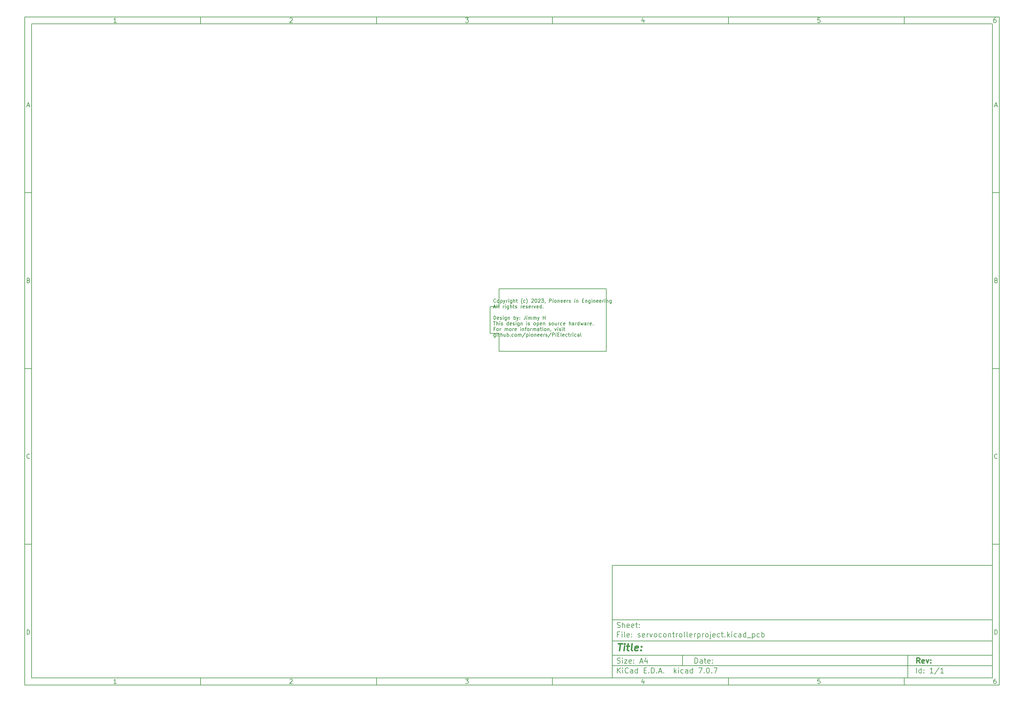
<source format=gbr>
%TF.GenerationSoftware,KiCad,Pcbnew,7.0.7*%
%TF.CreationDate,2023-11-15T20:06:27-08:00*%
%TF.ProjectId,servocontrollerproject,73657276-6f63-46f6-9e74-726f6c6c6572,rev?*%
%TF.SameCoordinates,Original*%
%TF.FileFunction,Legend,Bot*%
%TF.FilePolarity,Positive*%
%FSLAX46Y46*%
G04 Gerber Fmt 4.6, Leading zero omitted, Abs format (unit mm)*
G04 Created by KiCad (PCBNEW 7.0.7) date 2023-11-15 20:06:27*
%MOMM*%
%LPD*%
G01*
G04 APERTURE LIST*
%ADD10C,0.100000*%
%ADD11C,0.150000*%
%ADD12C,0.300000*%
%ADD13C,0.400000*%
G04 APERTURE END LIST*
D10*
D11*
X177002200Y-166007200D02*
X285002200Y-166007200D01*
X285002200Y-198007200D01*
X177002200Y-198007200D01*
X177002200Y-166007200D01*
D10*
D11*
X10000000Y-10000000D02*
X287002200Y-10000000D01*
X287002200Y-200007200D01*
X10000000Y-200007200D01*
X10000000Y-10000000D01*
D10*
D11*
X12000000Y-12000000D02*
X285002200Y-12000000D01*
X285002200Y-198007200D01*
X12000000Y-198007200D01*
X12000000Y-12000000D01*
D10*
D11*
X60000000Y-12000000D02*
X60000000Y-10000000D01*
D10*
D11*
X110000000Y-12000000D02*
X110000000Y-10000000D01*
D10*
D11*
X160000000Y-12000000D02*
X160000000Y-10000000D01*
D10*
D11*
X210000000Y-12000000D02*
X210000000Y-10000000D01*
D10*
D11*
X260000000Y-12000000D02*
X260000000Y-10000000D01*
D10*
D11*
X36089160Y-11593604D02*
X35346303Y-11593604D01*
X35717731Y-11593604D02*
X35717731Y-10293604D01*
X35717731Y-10293604D02*
X35593922Y-10479319D01*
X35593922Y-10479319D02*
X35470112Y-10603128D01*
X35470112Y-10603128D02*
X35346303Y-10665033D01*
D10*
D11*
X85346303Y-10417414D02*
X85408207Y-10355509D01*
X85408207Y-10355509D02*
X85532017Y-10293604D01*
X85532017Y-10293604D02*
X85841541Y-10293604D01*
X85841541Y-10293604D02*
X85965350Y-10355509D01*
X85965350Y-10355509D02*
X86027255Y-10417414D01*
X86027255Y-10417414D02*
X86089160Y-10541223D01*
X86089160Y-10541223D02*
X86089160Y-10665033D01*
X86089160Y-10665033D02*
X86027255Y-10850747D01*
X86027255Y-10850747D02*
X85284398Y-11593604D01*
X85284398Y-11593604D02*
X86089160Y-11593604D01*
D10*
D11*
X135284398Y-10293604D02*
X136089160Y-10293604D01*
X136089160Y-10293604D02*
X135655826Y-10788842D01*
X135655826Y-10788842D02*
X135841541Y-10788842D01*
X135841541Y-10788842D02*
X135965350Y-10850747D01*
X135965350Y-10850747D02*
X136027255Y-10912652D01*
X136027255Y-10912652D02*
X136089160Y-11036461D01*
X136089160Y-11036461D02*
X136089160Y-11345985D01*
X136089160Y-11345985D02*
X136027255Y-11469795D01*
X136027255Y-11469795D02*
X135965350Y-11531700D01*
X135965350Y-11531700D02*
X135841541Y-11593604D01*
X135841541Y-11593604D02*
X135470112Y-11593604D01*
X135470112Y-11593604D02*
X135346303Y-11531700D01*
X135346303Y-11531700D02*
X135284398Y-11469795D01*
D10*
D11*
X185965350Y-10726938D02*
X185965350Y-11593604D01*
X185655826Y-10231700D02*
X185346303Y-11160271D01*
X185346303Y-11160271D02*
X186151064Y-11160271D01*
D10*
D11*
X236027255Y-10293604D02*
X235408207Y-10293604D01*
X235408207Y-10293604D02*
X235346303Y-10912652D01*
X235346303Y-10912652D02*
X235408207Y-10850747D01*
X235408207Y-10850747D02*
X235532017Y-10788842D01*
X235532017Y-10788842D02*
X235841541Y-10788842D01*
X235841541Y-10788842D02*
X235965350Y-10850747D01*
X235965350Y-10850747D02*
X236027255Y-10912652D01*
X236027255Y-10912652D02*
X236089160Y-11036461D01*
X236089160Y-11036461D02*
X236089160Y-11345985D01*
X236089160Y-11345985D02*
X236027255Y-11469795D01*
X236027255Y-11469795D02*
X235965350Y-11531700D01*
X235965350Y-11531700D02*
X235841541Y-11593604D01*
X235841541Y-11593604D02*
X235532017Y-11593604D01*
X235532017Y-11593604D02*
X235408207Y-11531700D01*
X235408207Y-11531700D02*
X235346303Y-11469795D01*
D10*
D11*
X285965350Y-10293604D02*
X285717731Y-10293604D01*
X285717731Y-10293604D02*
X285593922Y-10355509D01*
X285593922Y-10355509D02*
X285532017Y-10417414D01*
X285532017Y-10417414D02*
X285408207Y-10603128D01*
X285408207Y-10603128D02*
X285346303Y-10850747D01*
X285346303Y-10850747D02*
X285346303Y-11345985D01*
X285346303Y-11345985D02*
X285408207Y-11469795D01*
X285408207Y-11469795D02*
X285470112Y-11531700D01*
X285470112Y-11531700D02*
X285593922Y-11593604D01*
X285593922Y-11593604D02*
X285841541Y-11593604D01*
X285841541Y-11593604D02*
X285965350Y-11531700D01*
X285965350Y-11531700D02*
X286027255Y-11469795D01*
X286027255Y-11469795D02*
X286089160Y-11345985D01*
X286089160Y-11345985D02*
X286089160Y-11036461D01*
X286089160Y-11036461D02*
X286027255Y-10912652D01*
X286027255Y-10912652D02*
X285965350Y-10850747D01*
X285965350Y-10850747D02*
X285841541Y-10788842D01*
X285841541Y-10788842D02*
X285593922Y-10788842D01*
X285593922Y-10788842D02*
X285470112Y-10850747D01*
X285470112Y-10850747D02*
X285408207Y-10912652D01*
X285408207Y-10912652D02*
X285346303Y-11036461D01*
D10*
D11*
X60000000Y-198007200D02*
X60000000Y-200007200D01*
D10*
D11*
X110000000Y-198007200D02*
X110000000Y-200007200D01*
D10*
D11*
X160000000Y-198007200D02*
X160000000Y-200007200D01*
D10*
D11*
X210000000Y-198007200D02*
X210000000Y-200007200D01*
D10*
D11*
X260000000Y-198007200D02*
X260000000Y-200007200D01*
D10*
D11*
X36089160Y-199600804D02*
X35346303Y-199600804D01*
X35717731Y-199600804D02*
X35717731Y-198300804D01*
X35717731Y-198300804D02*
X35593922Y-198486519D01*
X35593922Y-198486519D02*
X35470112Y-198610328D01*
X35470112Y-198610328D02*
X35346303Y-198672233D01*
D10*
D11*
X85346303Y-198424614D02*
X85408207Y-198362709D01*
X85408207Y-198362709D02*
X85532017Y-198300804D01*
X85532017Y-198300804D02*
X85841541Y-198300804D01*
X85841541Y-198300804D02*
X85965350Y-198362709D01*
X85965350Y-198362709D02*
X86027255Y-198424614D01*
X86027255Y-198424614D02*
X86089160Y-198548423D01*
X86089160Y-198548423D02*
X86089160Y-198672233D01*
X86089160Y-198672233D02*
X86027255Y-198857947D01*
X86027255Y-198857947D02*
X85284398Y-199600804D01*
X85284398Y-199600804D02*
X86089160Y-199600804D01*
D10*
D11*
X135284398Y-198300804D02*
X136089160Y-198300804D01*
X136089160Y-198300804D02*
X135655826Y-198796042D01*
X135655826Y-198796042D02*
X135841541Y-198796042D01*
X135841541Y-198796042D02*
X135965350Y-198857947D01*
X135965350Y-198857947D02*
X136027255Y-198919852D01*
X136027255Y-198919852D02*
X136089160Y-199043661D01*
X136089160Y-199043661D02*
X136089160Y-199353185D01*
X136089160Y-199353185D02*
X136027255Y-199476995D01*
X136027255Y-199476995D02*
X135965350Y-199538900D01*
X135965350Y-199538900D02*
X135841541Y-199600804D01*
X135841541Y-199600804D02*
X135470112Y-199600804D01*
X135470112Y-199600804D02*
X135346303Y-199538900D01*
X135346303Y-199538900D02*
X135284398Y-199476995D01*
D10*
D11*
X185965350Y-198734138D02*
X185965350Y-199600804D01*
X185655826Y-198238900D02*
X185346303Y-199167471D01*
X185346303Y-199167471D02*
X186151064Y-199167471D01*
D10*
D11*
X236027255Y-198300804D02*
X235408207Y-198300804D01*
X235408207Y-198300804D02*
X235346303Y-198919852D01*
X235346303Y-198919852D02*
X235408207Y-198857947D01*
X235408207Y-198857947D02*
X235532017Y-198796042D01*
X235532017Y-198796042D02*
X235841541Y-198796042D01*
X235841541Y-198796042D02*
X235965350Y-198857947D01*
X235965350Y-198857947D02*
X236027255Y-198919852D01*
X236027255Y-198919852D02*
X236089160Y-199043661D01*
X236089160Y-199043661D02*
X236089160Y-199353185D01*
X236089160Y-199353185D02*
X236027255Y-199476995D01*
X236027255Y-199476995D02*
X235965350Y-199538900D01*
X235965350Y-199538900D02*
X235841541Y-199600804D01*
X235841541Y-199600804D02*
X235532017Y-199600804D01*
X235532017Y-199600804D02*
X235408207Y-199538900D01*
X235408207Y-199538900D02*
X235346303Y-199476995D01*
D10*
D11*
X285965350Y-198300804D02*
X285717731Y-198300804D01*
X285717731Y-198300804D02*
X285593922Y-198362709D01*
X285593922Y-198362709D02*
X285532017Y-198424614D01*
X285532017Y-198424614D02*
X285408207Y-198610328D01*
X285408207Y-198610328D02*
X285346303Y-198857947D01*
X285346303Y-198857947D02*
X285346303Y-199353185D01*
X285346303Y-199353185D02*
X285408207Y-199476995D01*
X285408207Y-199476995D02*
X285470112Y-199538900D01*
X285470112Y-199538900D02*
X285593922Y-199600804D01*
X285593922Y-199600804D02*
X285841541Y-199600804D01*
X285841541Y-199600804D02*
X285965350Y-199538900D01*
X285965350Y-199538900D02*
X286027255Y-199476995D01*
X286027255Y-199476995D02*
X286089160Y-199353185D01*
X286089160Y-199353185D02*
X286089160Y-199043661D01*
X286089160Y-199043661D02*
X286027255Y-198919852D01*
X286027255Y-198919852D02*
X285965350Y-198857947D01*
X285965350Y-198857947D02*
X285841541Y-198796042D01*
X285841541Y-198796042D02*
X285593922Y-198796042D01*
X285593922Y-198796042D02*
X285470112Y-198857947D01*
X285470112Y-198857947D02*
X285408207Y-198919852D01*
X285408207Y-198919852D02*
X285346303Y-199043661D01*
D10*
D11*
X10000000Y-60000000D02*
X12000000Y-60000000D01*
D10*
D11*
X10000000Y-110000000D02*
X12000000Y-110000000D01*
D10*
D11*
X10000000Y-160000000D02*
X12000000Y-160000000D01*
D10*
D11*
X10690476Y-35222176D02*
X11309523Y-35222176D01*
X10566666Y-35593604D02*
X10999999Y-34293604D01*
X10999999Y-34293604D02*
X11433333Y-35593604D01*
D10*
D11*
X11092857Y-84912652D02*
X11278571Y-84974557D01*
X11278571Y-84974557D02*
X11340476Y-85036461D01*
X11340476Y-85036461D02*
X11402380Y-85160271D01*
X11402380Y-85160271D02*
X11402380Y-85345985D01*
X11402380Y-85345985D02*
X11340476Y-85469795D01*
X11340476Y-85469795D02*
X11278571Y-85531700D01*
X11278571Y-85531700D02*
X11154761Y-85593604D01*
X11154761Y-85593604D02*
X10659523Y-85593604D01*
X10659523Y-85593604D02*
X10659523Y-84293604D01*
X10659523Y-84293604D02*
X11092857Y-84293604D01*
X11092857Y-84293604D02*
X11216666Y-84355509D01*
X11216666Y-84355509D02*
X11278571Y-84417414D01*
X11278571Y-84417414D02*
X11340476Y-84541223D01*
X11340476Y-84541223D02*
X11340476Y-84665033D01*
X11340476Y-84665033D02*
X11278571Y-84788842D01*
X11278571Y-84788842D02*
X11216666Y-84850747D01*
X11216666Y-84850747D02*
X11092857Y-84912652D01*
X11092857Y-84912652D02*
X10659523Y-84912652D01*
D10*
D11*
X11402380Y-135469795D02*
X11340476Y-135531700D01*
X11340476Y-135531700D02*
X11154761Y-135593604D01*
X11154761Y-135593604D02*
X11030952Y-135593604D01*
X11030952Y-135593604D02*
X10845238Y-135531700D01*
X10845238Y-135531700D02*
X10721428Y-135407890D01*
X10721428Y-135407890D02*
X10659523Y-135284080D01*
X10659523Y-135284080D02*
X10597619Y-135036461D01*
X10597619Y-135036461D02*
X10597619Y-134850747D01*
X10597619Y-134850747D02*
X10659523Y-134603128D01*
X10659523Y-134603128D02*
X10721428Y-134479319D01*
X10721428Y-134479319D02*
X10845238Y-134355509D01*
X10845238Y-134355509D02*
X11030952Y-134293604D01*
X11030952Y-134293604D02*
X11154761Y-134293604D01*
X11154761Y-134293604D02*
X11340476Y-134355509D01*
X11340476Y-134355509D02*
X11402380Y-134417414D01*
D10*
D11*
X10659523Y-185593604D02*
X10659523Y-184293604D01*
X10659523Y-184293604D02*
X10969047Y-184293604D01*
X10969047Y-184293604D02*
X11154761Y-184355509D01*
X11154761Y-184355509D02*
X11278571Y-184479319D01*
X11278571Y-184479319D02*
X11340476Y-184603128D01*
X11340476Y-184603128D02*
X11402380Y-184850747D01*
X11402380Y-184850747D02*
X11402380Y-185036461D01*
X11402380Y-185036461D02*
X11340476Y-185284080D01*
X11340476Y-185284080D02*
X11278571Y-185407890D01*
X11278571Y-185407890D02*
X11154761Y-185531700D01*
X11154761Y-185531700D02*
X10969047Y-185593604D01*
X10969047Y-185593604D02*
X10659523Y-185593604D01*
D10*
D11*
X287002200Y-60000000D02*
X285002200Y-60000000D01*
D10*
D11*
X287002200Y-110000000D02*
X285002200Y-110000000D01*
D10*
D11*
X287002200Y-160000000D02*
X285002200Y-160000000D01*
D10*
D11*
X285692676Y-35222176D02*
X286311723Y-35222176D01*
X285568866Y-35593604D02*
X286002199Y-34293604D01*
X286002199Y-34293604D02*
X286435533Y-35593604D01*
D10*
D11*
X286095057Y-84912652D02*
X286280771Y-84974557D01*
X286280771Y-84974557D02*
X286342676Y-85036461D01*
X286342676Y-85036461D02*
X286404580Y-85160271D01*
X286404580Y-85160271D02*
X286404580Y-85345985D01*
X286404580Y-85345985D02*
X286342676Y-85469795D01*
X286342676Y-85469795D02*
X286280771Y-85531700D01*
X286280771Y-85531700D02*
X286156961Y-85593604D01*
X286156961Y-85593604D02*
X285661723Y-85593604D01*
X285661723Y-85593604D02*
X285661723Y-84293604D01*
X285661723Y-84293604D02*
X286095057Y-84293604D01*
X286095057Y-84293604D02*
X286218866Y-84355509D01*
X286218866Y-84355509D02*
X286280771Y-84417414D01*
X286280771Y-84417414D02*
X286342676Y-84541223D01*
X286342676Y-84541223D02*
X286342676Y-84665033D01*
X286342676Y-84665033D02*
X286280771Y-84788842D01*
X286280771Y-84788842D02*
X286218866Y-84850747D01*
X286218866Y-84850747D02*
X286095057Y-84912652D01*
X286095057Y-84912652D02*
X285661723Y-84912652D01*
D10*
D11*
X286404580Y-135469795D02*
X286342676Y-135531700D01*
X286342676Y-135531700D02*
X286156961Y-135593604D01*
X286156961Y-135593604D02*
X286033152Y-135593604D01*
X286033152Y-135593604D02*
X285847438Y-135531700D01*
X285847438Y-135531700D02*
X285723628Y-135407890D01*
X285723628Y-135407890D02*
X285661723Y-135284080D01*
X285661723Y-135284080D02*
X285599819Y-135036461D01*
X285599819Y-135036461D02*
X285599819Y-134850747D01*
X285599819Y-134850747D02*
X285661723Y-134603128D01*
X285661723Y-134603128D02*
X285723628Y-134479319D01*
X285723628Y-134479319D02*
X285847438Y-134355509D01*
X285847438Y-134355509D02*
X286033152Y-134293604D01*
X286033152Y-134293604D02*
X286156961Y-134293604D01*
X286156961Y-134293604D02*
X286342676Y-134355509D01*
X286342676Y-134355509D02*
X286404580Y-134417414D01*
D10*
D11*
X285661723Y-185593604D02*
X285661723Y-184293604D01*
X285661723Y-184293604D02*
X285971247Y-184293604D01*
X285971247Y-184293604D02*
X286156961Y-184355509D01*
X286156961Y-184355509D02*
X286280771Y-184479319D01*
X286280771Y-184479319D02*
X286342676Y-184603128D01*
X286342676Y-184603128D02*
X286404580Y-184850747D01*
X286404580Y-184850747D02*
X286404580Y-185036461D01*
X286404580Y-185036461D02*
X286342676Y-185284080D01*
X286342676Y-185284080D02*
X286280771Y-185407890D01*
X286280771Y-185407890D02*
X286156961Y-185531700D01*
X286156961Y-185531700D02*
X285971247Y-185593604D01*
X285971247Y-185593604D02*
X285661723Y-185593604D01*
D10*
D11*
X200458026Y-193793328D02*
X200458026Y-192293328D01*
X200458026Y-192293328D02*
X200815169Y-192293328D01*
X200815169Y-192293328D02*
X201029455Y-192364757D01*
X201029455Y-192364757D02*
X201172312Y-192507614D01*
X201172312Y-192507614D02*
X201243741Y-192650471D01*
X201243741Y-192650471D02*
X201315169Y-192936185D01*
X201315169Y-192936185D02*
X201315169Y-193150471D01*
X201315169Y-193150471D02*
X201243741Y-193436185D01*
X201243741Y-193436185D02*
X201172312Y-193579042D01*
X201172312Y-193579042D02*
X201029455Y-193721900D01*
X201029455Y-193721900D02*
X200815169Y-193793328D01*
X200815169Y-193793328D02*
X200458026Y-193793328D01*
X202600884Y-193793328D02*
X202600884Y-193007614D01*
X202600884Y-193007614D02*
X202529455Y-192864757D01*
X202529455Y-192864757D02*
X202386598Y-192793328D01*
X202386598Y-192793328D02*
X202100884Y-192793328D01*
X202100884Y-192793328D02*
X201958026Y-192864757D01*
X202600884Y-193721900D02*
X202458026Y-193793328D01*
X202458026Y-193793328D02*
X202100884Y-193793328D01*
X202100884Y-193793328D02*
X201958026Y-193721900D01*
X201958026Y-193721900D02*
X201886598Y-193579042D01*
X201886598Y-193579042D02*
X201886598Y-193436185D01*
X201886598Y-193436185D02*
X201958026Y-193293328D01*
X201958026Y-193293328D02*
X202100884Y-193221900D01*
X202100884Y-193221900D02*
X202458026Y-193221900D01*
X202458026Y-193221900D02*
X202600884Y-193150471D01*
X203100884Y-192793328D02*
X203672312Y-192793328D01*
X203315169Y-192293328D02*
X203315169Y-193579042D01*
X203315169Y-193579042D02*
X203386598Y-193721900D01*
X203386598Y-193721900D02*
X203529455Y-193793328D01*
X203529455Y-193793328D02*
X203672312Y-193793328D01*
X204743741Y-193721900D02*
X204600884Y-193793328D01*
X204600884Y-193793328D02*
X204315170Y-193793328D01*
X204315170Y-193793328D02*
X204172312Y-193721900D01*
X204172312Y-193721900D02*
X204100884Y-193579042D01*
X204100884Y-193579042D02*
X204100884Y-193007614D01*
X204100884Y-193007614D02*
X204172312Y-192864757D01*
X204172312Y-192864757D02*
X204315170Y-192793328D01*
X204315170Y-192793328D02*
X204600884Y-192793328D01*
X204600884Y-192793328D02*
X204743741Y-192864757D01*
X204743741Y-192864757D02*
X204815170Y-193007614D01*
X204815170Y-193007614D02*
X204815170Y-193150471D01*
X204815170Y-193150471D02*
X204100884Y-193293328D01*
X205458026Y-193650471D02*
X205529455Y-193721900D01*
X205529455Y-193721900D02*
X205458026Y-193793328D01*
X205458026Y-193793328D02*
X205386598Y-193721900D01*
X205386598Y-193721900D02*
X205458026Y-193650471D01*
X205458026Y-193650471D02*
X205458026Y-193793328D01*
X205458026Y-192864757D02*
X205529455Y-192936185D01*
X205529455Y-192936185D02*
X205458026Y-193007614D01*
X205458026Y-193007614D02*
X205386598Y-192936185D01*
X205386598Y-192936185D02*
X205458026Y-192864757D01*
X205458026Y-192864757D02*
X205458026Y-193007614D01*
D10*
D11*
X177002200Y-194507200D02*
X285002200Y-194507200D01*
D10*
D11*
X178458026Y-196593328D02*
X178458026Y-195093328D01*
X179315169Y-196593328D02*
X178672312Y-195736185D01*
X179315169Y-195093328D02*
X178458026Y-195950471D01*
X179958026Y-196593328D02*
X179958026Y-195593328D01*
X179958026Y-195093328D02*
X179886598Y-195164757D01*
X179886598Y-195164757D02*
X179958026Y-195236185D01*
X179958026Y-195236185D02*
X180029455Y-195164757D01*
X180029455Y-195164757D02*
X179958026Y-195093328D01*
X179958026Y-195093328D02*
X179958026Y-195236185D01*
X181529455Y-196450471D02*
X181458027Y-196521900D01*
X181458027Y-196521900D02*
X181243741Y-196593328D01*
X181243741Y-196593328D02*
X181100884Y-196593328D01*
X181100884Y-196593328D02*
X180886598Y-196521900D01*
X180886598Y-196521900D02*
X180743741Y-196379042D01*
X180743741Y-196379042D02*
X180672312Y-196236185D01*
X180672312Y-196236185D02*
X180600884Y-195950471D01*
X180600884Y-195950471D02*
X180600884Y-195736185D01*
X180600884Y-195736185D02*
X180672312Y-195450471D01*
X180672312Y-195450471D02*
X180743741Y-195307614D01*
X180743741Y-195307614D02*
X180886598Y-195164757D01*
X180886598Y-195164757D02*
X181100884Y-195093328D01*
X181100884Y-195093328D02*
X181243741Y-195093328D01*
X181243741Y-195093328D02*
X181458027Y-195164757D01*
X181458027Y-195164757D02*
X181529455Y-195236185D01*
X182815170Y-196593328D02*
X182815170Y-195807614D01*
X182815170Y-195807614D02*
X182743741Y-195664757D01*
X182743741Y-195664757D02*
X182600884Y-195593328D01*
X182600884Y-195593328D02*
X182315170Y-195593328D01*
X182315170Y-195593328D02*
X182172312Y-195664757D01*
X182815170Y-196521900D02*
X182672312Y-196593328D01*
X182672312Y-196593328D02*
X182315170Y-196593328D01*
X182315170Y-196593328D02*
X182172312Y-196521900D01*
X182172312Y-196521900D02*
X182100884Y-196379042D01*
X182100884Y-196379042D02*
X182100884Y-196236185D01*
X182100884Y-196236185D02*
X182172312Y-196093328D01*
X182172312Y-196093328D02*
X182315170Y-196021900D01*
X182315170Y-196021900D02*
X182672312Y-196021900D01*
X182672312Y-196021900D02*
X182815170Y-195950471D01*
X184172313Y-196593328D02*
X184172313Y-195093328D01*
X184172313Y-196521900D02*
X184029455Y-196593328D01*
X184029455Y-196593328D02*
X183743741Y-196593328D01*
X183743741Y-196593328D02*
X183600884Y-196521900D01*
X183600884Y-196521900D02*
X183529455Y-196450471D01*
X183529455Y-196450471D02*
X183458027Y-196307614D01*
X183458027Y-196307614D02*
X183458027Y-195879042D01*
X183458027Y-195879042D02*
X183529455Y-195736185D01*
X183529455Y-195736185D02*
X183600884Y-195664757D01*
X183600884Y-195664757D02*
X183743741Y-195593328D01*
X183743741Y-195593328D02*
X184029455Y-195593328D01*
X184029455Y-195593328D02*
X184172313Y-195664757D01*
X186029455Y-195807614D02*
X186529455Y-195807614D01*
X186743741Y-196593328D02*
X186029455Y-196593328D01*
X186029455Y-196593328D02*
X186029455Y-195093328D01*
X186029455Y-195093328D02*
X186743741Y-195093328D01*
X187386598Y-196450471D02*
X187458027Y-196521900D01*
X187458027Y-196521900D02*
X187386598Y-196593328D01*
X187386598Y-196593328D02*
X187315170Y-196521900D01*
X187315170Y-196521900D02*
X187386598Y-196450471D01*
X187386598Y-196450471D02*
X187386598Y-196593328D01*
X188100884Y-196593328D02*
X188100884Y-195093328D01*
X188100884Y-195093328D02*
X188458027Y-195093328D01*
X188458027Y-195093328D02*
X188672313Y-195164757D01*
X188672313Y-195164757D02*
X188815170Y-195307614D01*
X188815170Y-195307614D02*
X188886599Y-195450471D01*
X188886599Y-195450471D02*
X188958027Y-195736185D01*
X188958027Y-195736185D02*
X188958027Y-195950471D01*
X188958027Y-195950471D02*
X188886599Y-196236185D01*
X188886599Y-196236185D02*
X188815170Y-196379042D01*
X188815170Y-196379042D02*
X188672313Y-196521900D01*
X188672313Y-196521900D02*
X188458027Y-196593328D01*
X188458027Y-196593328D02*
X188100884Y-196593328D01*
X189600884Y-196450471D02*
X189672313Y-196521900D01*
X189672313Y-196521900D02*
X189600884Y-196593328D01*
X189600884Y-196593328D02*
X189529456Y-196521900D01*
X189529456Y-196521900D02*
X189600884Y-196450471D01*
X189600884Y-196450471D02*
X189600884Y-196593328D01*
X190243742Y-196164757D02*
X190958028Y-196164757D01*
X190100885Y-196593328D02*
X190600885Y-195093328D01*
X190600885Y-195093328D02*
X191100885Y-196593328D01*
X191600884Y-196450471D02*
X191672313Y-196521900D01*
X191672313Y-196521900D02*
X191600884Y-196593328D01*
X191600884Y-196593328D02*
X191529456Y-196521900D01*
X191529456Y-196521900D02*
X191600884Y-196450471D01*
X191600884Y-196450471D02*
X191600884Y-196593328D01*
X194600884Y-196593328D02*
X194600884Y-195093328D01*
X194743742Y-196021900D02*
X195172313Y-196593328D01*
X195172313Y-195593328D02*
X194600884Y-196164757D01*
X195815170Y-196593328D02*
X195815170Y-195593328D01*
X195815170Y-195093328D02*
X195743742Y-195164757D01*
X195743742Y-195164757D02*
X195815170Y-195236185D01*
X195815170Y-195236185D02*
X195886599Y-195164757D01*
X195886599Y-195164757D02*
X195815170Y-195093328D01*
X195815170Y-195093328D02*
X195815170Y-195236185D01*
X197172314Y-196521900D02*
X197029456Y-196593328D01*
X197029456Y-196593328D02*
X196743742Y-196593328D01*
X196743742Y-196593328D02*
X196600885Y-196521900D01*
X196600885Y-196521900D02*
X196529456Y-196450471D01*
X196529456Y-196450471D02*
X196458028Y-196307614D01*
X196458028Y-196307614D02*
X196458028Y-195879042D01*
X196458028Y-195879042D02*
X196529456Y-195736185D01*
X196529456Y-195736185D02*
X196600885Y-195664757D01*
X196600885Y-195664757D02*
X196743742Y-195593328D01*
X196743742Y-195593328D02*
X197029456Y-195593328D01*
X197029456Y-195593328D02*
X197172314Y-195664757D01*
X198458028Y-196593328D02*
X198458028Y-195807614D01*
X198458028Y-195807614D02*
X198386599Y-195664757D01*
X198386599Y-195664757D02*
X198243742Y-195593328D01*
X198243742Y-195593328D02*
X197958028Y-195593328D01*
X197958028Y-195593328D02*
X197815170Y-195664757D01*
X198458028Y-196521900D02*
X198315170Y-196593328D01*
X198315170Y-196593328D02*
X197958028Y-196593328D01*
X197958028Y-196593328D02*
X197815170Y-196521900D01*
X197815170Y-196521900D02*
X197743742Y-196379042D01*
X197743742Y-196379042D02*
X197743742Y-196236185D01*
X197743742Y-196236185D02*
X197815170Y-196093328D01*
X197815170Y-196093328D02*
X197958028Y-196021900D01*
X197958028Y-196021900D02*
X198315170Y-196021900D01*
X198315170Y-196021900D02*
X198458028Y-195950471D01*
X199815171Y-196593328D02*
X199815171Y-195093328D01*
X199815171Y-196521900D02*
X199672313Y-196593328D01*
X199672313Y-196593328D02*
X199386599Y-196593328D01*
X199386599Y-196593328D02*
X199243742Y-196521900D01*
X199243742Y-196521900D02*
X199172313Y-196450471D01*
X199172313Y-196450471D02*
X199100885Y-196307614D01*
X199100885Y-196307614D02*
X199100885Y-195879042D01*
X199100885Y-195879042D02*
X199172313Y-195736185D01*
X199172313Y-195736185D02*
X199243742Y-195664757D01*
X199243742Y-195664757D02*
X199386599Y-195593328D01*
X199386599Y-195593328D02*
X199672313Y-195593328D01*
X199672313Y-195593328D02*
X199815171Y-195664757D01*
X201529456Y-195093328D02*
X202529456Y-195093328D01*
X202529456Y-195093328D02*
X201886599Y-196593328D01*
X203100884Y-196450471D02*
X203172313Y-196521900D01*
X203172313Y-196521900D02*
X203100884Y-196593328D01*
X203100884Y-196593328D02*
X203029456Y-196521900D01*
X203029456Y-196521900D02*
X203100884Y-196450471D01*
X203100884Y-196450471D02*
X203100884Y-196593328D01*
X204100885Y-195093328D02*
X204243742Y-195093328D01*
X204243742Y-195093328D02*
X204386599Y-195164757D01*
X204386599Y-195164757D02*
X204458028Y-195236185D01*
X204458028Y-195236185D02*
X204529456Y-195379042D01*
X204529456Y-195379042D02*
X204600885Y-195664757D01*
X204600885Y-195664757D02*
X204600885Y-196021900D01*
X204600885Y-196021900D02*
X204529456Y-196307614D01*
X204529456Y-196307614D02*
X204458028Y-196450471D01*
X204458028Y-196450471D02*
X204386599Y-196521900D01*
X204386599Y-196521900D02*
X204243742Y-196593328D01*
X204243742Y-196593328D02*
X204100885Y-196593328D01*
X204100885Y-196593328D02*
X203958028Y-196521900D01*
X203958028Y-196521900D02*
X203886599Y-196450471D01*
X203886599Y-196450471D02*
X203815170Y-196307614D01*
X203815170Y-196307614D02*
X203743742Y-196021900D01*
X203743742Y-196021900D02*
X203743742Y-195664757D01*
X203743742Y-195664757D02*
X203815170Y-195379042D01*
X203815170Y-195379042D02*
X203886599Y-195236185D01*
X203886599Y-195236185D02*
X203958028Y-195164757D01*
X203958028Y-195164757D02*
X204100885Y-195093328D01*
X205243741Y-196450471D02*
X205315170Y-196521900D01*
X205315170Y-196521900D02*
X205243741Y-196593328D01*
X205243741Y-196593328D02*
X205172313Y-196521900D01*
X205172313Y-196521900D02*
X205243741Y-196450471D01*
X205243741Y-196450471D02*
X205243741Y-196593328D01*
X205815170Y-195093328D02*
X206815170Y-195093328D01*
X206815170Y-195093328D02*
X206172313Y-196593328D01*
D10*
D11*
X177002200Y-191507200D02*
X285002200Y-191507200D01*
D10*
D12*
X264413853Y-193785528D02*
X263913853Y-193071242D01*
X263556710Y-193785528D02*
X263556710Y-192285528D01*
X263556710Y-192285528D02*
X264128139Y-192285528D01*
X264128139Y-192285528D02*
X264270996Y-192356957D01*
X264270996Y-192356957D02*
X264342425Y-192428385D01*
X264342425Y-192428385D02*
X264413853Y-192571242D01*
X264413853Y-192571242D02*
X264413853Y-192785528D01*
X264413853Y-192785528D02*
X264342425Y-192928385D01*
X264342425Y-192928385D02*
X264270996Y-192999814D01*
X264270996Y-192999814D02*
X264128139Y-193071242D01*
X264128139Y-193071242D02*
X263556710Y-193071242D01*
X265628139Y-193714100D02*
X265485282Y-193785528D01*
X265485282Y-193785528D02*
X265199568Y-193785528D01*
X265199568Y-193785528D02*
X265056710Y-193714100D01*
X265056710Y-193714100D02*
X264985282Y-193571242D01*
X264985282Y-193571242D02*
X264985282Y-192999814D01*
X264985282Y-192999814D02*
X265056710Y-192856957D01*
X265056710Y-192856957D02*
X265199568Y-192785528D01*
X265199568Y-192785528D02*
X265485282Y-192785528D01*
X265485282Y-192785528D02*
X265628139Y-192856957D01*
X265628139Y-192856957D02*
X265699568Y-192999814D01*
X265699568Y-192999814D02*
X265699568Y-193142671D01*
X265699568Y-193142671D02*
X264985282Y-193285528D01*
X266199567Y-192785528D02*
X266556710Y-193785528D01*
X266556710Y-193785528D02*
X266913853Y-192785528D01*
X267485281Y-193642671D02*
X267556710Y-193714100D01*
X267556710Y-193714100D02*
X267485281Y-193785528D01*
X267485281Y-193785528D02*
X267413853Y-193714100D01*
X267413853Y-193714100D02*
X267485281Y-193642671D01*
X267485281Y-193642671D02*
X267485281Y-193785528D01*
X267485281Y-192856957D02*
X267556710Y-192928385D01*
X267556710Y-192928385D02*
X267485281Y-192999814D01*
X267485281Y-192999814D02*
X267413853Y-192928385D01*
X267413853Y-192928385D02*
X267485281Y-192856957D01*
X267485281Y-192856957D02*
X267485281Y-192999814D01*
D10*
D11*
X178386598Y-193721900D02*
X178600884Y-193793328D01*
X178600884Y-193793328D02*
X178958026Y-193793328D01*
X178958026Y-193793328D02*
X179100884Y-193721900D01*
X179100884Y-193721900D02*
X179172312Y-193650471D01*
X179172312Y-193650471D02*
X179243741Y-193507614D01*
X179243741Y-193507614D02*
X179243741Y-193364757D01*
X179243741Y-193364757D02*
X179172312Y-193221900D01*
X179172312Y-193221900D02*
X179100884Y-193150471D01*
X179100884Y-193150471D02*
X178958026Y-193079042D01*
X178958026Y-193079042D02*
X178672312Y-193007614D01*
X178672312Y-193007614D02*
X178529455Y-192936185D01*
X178529455Y-192936185D02*
X178458026Y-192864757D01*
X178458026Y-192864757D02*
X178386598Y-192721900D01*
X178386598Y-192721900D02*
X178386598Y-192579042D01*
X178386598Y-192579042D02*
X178458026Y-192436185D01*
X178458026Y-192436185D02*
X178529455Y-192364757D01*
X178529455Y-192364757D02*
X178672312Y-192293328D01*
X178672312Y-192293328D02*
X179029455Y-192293328D01*
X179029455Y-192293328D02*
X179243741Y-192364757D01*
X179886597Y-193793328D02*
X179886597Y-192793328D01*
X179886597Y-192293328D02*
X179815169Y-192364757D01*
X179815169Y-192364757D02*
X179886597Y-192436185D01*
X179886597Y-192436185D02*
X179958026Y-192364757D01*
X179958026Y-192364757D02*
X179886597Y-192293328D01*
X179886597Y-192293328D02*
X179886597Y-192436185D01*
X180458026Y-192793328D02*
X181243741Y-192793328D01*
X181243741Y-192793328D02*
X180458026Y-193793328D01*
X180458026Y-193793328D02*
X181243741Y-193793328D01*
X182386598Y-193721900D02*
X182243741Y-193793328D01*
X182243741Y-193793328D02*
X181958027Y-193793328D01*
X181958027Y-193793328D02*
X181815169Y-193721900D01*
X181815169Y-193721900D02*
X181743741Y-193579042D01*
X181743741Y-193579042D02*
X181743741Y-193007614D01*
X181743741Y-193007614D02*
X181815169Y-192864757D01*
X181815169Y-192864757D02*
X181958027Y-192793328D01*
X181958027Y-192793328D02*
X182243741Y-192793328D01*
X182243741Y-192793328D02*
X182386598Y-192864757D01*
X182386598Y-192864757D02*
X182458027Y-193007614D01*
X182458027Y-193007614D02*
X182458027Y-193150471D01*
X182458027Y-193150471D02*
X181743741Y-193293328D01*
X183100883Y-193650471D02*
X183172312Y-193721900D01*
X183172312Y-193721900D02*
X183100883Y-193793328D01*
X183100883Y-193793328D02*
X183029455Y-193721900D01*
X183029455Y-193721900D02*
X183100883Y-193650471D01*
X183100883Y-193650471D02*
X183100883Y-193793328D01*
X183100883Y-192864757D02*
X183172312Y-192936185D01*
X183172312Y-192936185D02*
X183100883Y-193007614D01*
X183100883Y-193007614D02*
X183029455Y-192936185D01*
X183029455Y-192936185D02*
X183100883Y-192864757D01*
X183100883Y-192864757D02*
X183100883Y-193007614D01*
X184886598Y-193364757D02*
X185600884Y-193364757D01*
X184743741Y-193793328D02*
X185243741Y-192293328D01*
X185243741Y-192293328D02*
X185743741Y-193793328D01*
X186886598Y-192793328D02*
X186886598Y-193793328D01*
X186529455Y-192221900D02*
X186172312Y-193293328D01*
X186172312Y-193293328D02*
X187100883Y-193293328D01*
D10*
D11*
X263458026Y-196593328D02*
X263458026Y-195093328D01*
X264815170Y-196593328D02*
X264815170Y-195093328D01*
X264815170Y-196521900D02*
X264672312Y-196593328D01*
X264672312Y-196593328D02*
X264386598Y-196593328D01*
X264386598Y-196593328D02*
X264243741Y-196521900D01*
X264243741Y-196521900D02*
X264172312Y-196450471D01*
X264172312Y-196450471D02*
X264100884Y-196307614D01*
X264100884Y-196307614D02*
X264100884Y-195879042D01*
X264100884Y-195879042D02*
X264172312Y-195736185D01*
X264172312Y-195736185D02*
X264243741Y-195664757D01*
X264243741Y-195664757D02*
X264386598Y-195593328D01*
X264386598Y-195593328D02*
X264672312Y-195593328D01*
X264672312Y-195593328D02*
X264815170Y-195664757D01*
X265529455Y-196450471D02*
X265600884Y-196521900D01*
X265600884Y-196521900D02*
X265529455Y-196593328D01*
X265529455Y-196593328D02*
X265458027Y-196521900D01*
X265458027Y-196521900D02*
X265529455Y-196450471D01*
X265529455Y-196450471D02*
X265529455Y-196593328D01*
X265529455Y-195664757D02*
X265600884Y-195736185D01*
X265600884Y-195736185D02*
X265529455Y-195807614D01*
X265529455Y-195807614D02*
X265458027Y-195736185D01*
X265458027Y-195736185D02*
X265529455Y-195664757D01*
X265529455Y-195664757D02*
X265529455Y-195807614D01*
X268172313Y-196593328D02*
X267315170Y-196593328D01*
X267743741Y-196593328D02*
X267743741Y-195093328D01*
X267743741Y-195093328D02*
X267600884Y-195307614D01*
X267600884Y-195307614D02*
X267458027Y-195450471D01*
X267458027Y-195450471D02*
X267315170Y-195521900D01*
X269886598Y-195021900D02*
X268600884Y-196950471D01*
X271172313Y-196593328D02*
X270315170Y-196593328D01*
X270743741Y-196593328D02*
X270743741Y-195093328D01*
X270743741Y-195093328D02*
X270600884Y-195307614D01*
X270600884Y-195307614D02*
X270458027Y-195450471D01*
X270458027Y-195450471D02*
X270315170Y-195521900D01*
D10*
D11*
X177002200Y-187507200D02*
X285002200Y-187507200D01*
D10*
D13*
X178693928Y-188211638D02*
X179836785Y-188211638D01*
X179015357Y-190211638D02*
X179265357Y-188211638D01*
X180253452Y-190211638D02*
X180420119Y-188878304D01*
X180503452Y-188211638D02*
X180396309Y-188306876D01*
X180396309Y-188306876D02*
X180479643Y-188402114D01*
X180479643Y-188402114D02*
X180586786Y-188306876D01*
X180586786Y-188306876D02*
X180503452Y-188211638D01*
X180503452Y-188211638D02*
X180479643Y-188402114D01*
X181086786Y-188878304D02*
X181848690Y-188878304D01*
X181455833Y-188211638D02*
X181241548Y-189925923D01*
X181241548Y-189925923D02*
X181312976Y-190116400D01*
X181312976Y-190116400D02*
X181491548Y-190211638D01*
X181491548Y-190211638D02*
X181682024Y-190211638D01*
X182634405Y-190211638D02*
X182455833Y-190116400D01*
X182455833Y-190116400D02*
X182384405Y-189925923D01*
X182384405Y-189925923D02*
X182598690Y-188211638D01*
X184170119Y-190116400D02*
X183967738Y-190211638D01*
X183967738Y-190211638D02*
X183586785Y-190211638D01*
X183586785Y-190211638D02*
X183408214Y-190116400D01*
X183408214Y-190116400D02*
X183336785Y-189925923D01*
X183336785Y-189925923D02*
X183432024Y-189164019D01*
X183432024Y-189164019D02*
X183551071Y-188973542D01*
X183551071Y-188973542D02*
X183753452Y-188878304D01*
X183753452Y-188878304D02*
X184134404Y-188878304D01*
X184134404Y-188878304D02*
X184312976Y-188973542D01*
X184312976Y-188973542D02*
X184384404Y-189164019D01*
X184384404Y-189164019D02*
X184360595Y-189354495D01*
X184360595Y-189354495D02*
X183384404Y-189544971D01*
X185134405Y-190021161D02*
X185217738Y-190116400D01*
X185217738Y-190116400D02*
X185110595Y-190211638D01*
X185110595Y-190211638D02*
X185027262Y-190116400D01*
X185027262Y-190116400D02*
X185134405Y-190021161D01*
X185134405Y-190021161D02*
X185110595Y-190211638D01*
X185265357Y-188973542D02*
X185348690Y-189068780D01*
X185348690Y-189068780D02*
X185241548Y-189164019D01*
X185241548Y-189164019D02*
X185158214Y-189068780D01*
X185158214Y-189068780D02*
X185265357Y-188973542D01*
X185265357Y-188973542D02*
X185241548Y-189164019D01*
D10*
D11*
X178958026Y-185607614D02*
X178458026Y-185607614D01*
X178458026Y-186393328D02*
X178458026Y-184893328D01*
X178458026Y-184893328D02*
X179172312Y-184893328D01*
X179743740Y-186393328D02*
X179743740Y-185393328D01*
X179743740Y-184893328D02*
X179672312Y-184964757D01*
X179672312Y-184964757D02*
X179743740Y-185036185D01*
X179743740Y-185036185D02*
X179815169Y-184964757D01*
X179815169Y-184964757D02*
X179743740Y-184893328D01*
X179743740Y-184893328D02*
X179743740Y-185036185D01*
X180672312Y-186393328D02*
X180529455Y-186321900D01*
X180529455Y-186321900D02*
X180458026Y-186179042D01*
X180458026Y-186179042D02*
X180458026Y-184893328D01*
X181815169Y-186321900D02*
X181672312Y-186393328D01*
X181672312Y-186393328D02*
X181386598Y-186393328D01*
X181386598Y-186393328D02*
X181243740Y-186321900D01*
X181243740Y-186321900D02*
X181172312Y-186179042D01*
X181172312Y-186179042D02*
X181172312Y-185607614D01*
X181172312Y-185607614D02*
X181243740Y-185464757D01*
X181243740Y-185464757D02*
X181386598Y-185393328D01*
X181386598Y-185393328D02*
X181672312Y-185393328D01*
X181672312Y-185393328D02*
X181815169Y-185464757D01*
X181815169Y-185464757D02*
X181886598Y-185607614D01*
X181886598Y-185607614D02*
X181886598Y-185750471D01*
X181886598Y-185750471D02*
X181172312Y-185893328D01*
X182529454Y-186250471D02*
X182600883Y-186321900D01*
X182600883Y-186321900D02*
X182529454Y-186393328D01*
X182529454Y-186393328D02*
X182458026Y-186321900D01*
X182458026Y-186321900D02*
X182529454Y-186250471D01*
X182529454Y-186250471D02*
X182529454Y-186393328D01*
X182529454Y-185464757D02*
X182600883Y-185536185D01*
X182600883Y-185536185D02*
X182529454Y-185607614D01*
X182529454Y-185607614D02*
X182458026Y-185536185D01*
X182458026Y-185536185D02*
X182529454Y-185464757D01*
X182529454Y-185464757D02*
X182529454Y-185607614D01*
X184315169Y-186321900D02*
X184458026Y-186393328D01*
X184458026Y-186393328D02*
X184743740Y-186393328D01*
X184743740Y-186393328D02*
X184886597Y-186321900D01*
X184886597Y-186321900D02*
X184958026Y-186179042D01*
X184958026Y-186179042D02*
X184958026Y-186107614D01*
X184958026Y-186107614D02*
X184886597Y-185964757D01*
X184886597Y-185964757D02*
X184743740Y-185893328D01*
X184743740Y-185893328D02*
X184529455Y-185893328D01*
X184529455Y-185893328D02*
X184386597Y-185821900D01*
X184386597Y-185821900D02*
X184315169Y-185679042D01*
X184315169Y-185679042D02*
X184315169Y-185607614D01*
X184315169Y-185607614D02*
X184386597Y-185464757D01*
X184386597Y-185464757D02*
X184529455Y-185393328D01*
X184529455Y-185393328D02*
X184743740Y-185393328D01*
X184743740Y-185393328D02*
X184886597Y-185464757D01*
X186172312Y-186321900D02*
X186029455Y-186393328D01*
X186029455Y-186393328D02*
X185743741Y-186393328D01*
X185743741Y-186393328D02*
X185600883Y-186321900D01*
X185600883Y-186321900D02*
X185529455Y-186179042D01*
X185529455Y-186179042D02*
X185529455Y-185607614D01*
X185529455Y-185607614D02*
X185600883Y-185464757D01*
X185600883Y-185464757D02*
X185743741Y-185393328D01*
X185743741Y-185393328D02*
X186029455Y-185393328D01*
X186029455Y-185393328D02*
X186172312Y-185464757D01*
X186172312Y-185464757D02*
X186243741Y-185607614D01*
X186243741Y-185607614D02*
X186243741Y-185750471D01*
X186243741Y-185750471D02*
X185529455Y-185893328D01*
X186886597Y-186393328D02*
X186886597Y-185393328D01*
X186886597Y-185679042D02*
X186958026Y-185536185D01*
X186958026Y-185536185D02*
X187029455Y-185464757D01*
X187029455Y-185464757D02*
X187172312Y-185393328D01*
X187172312Y-185393328D02*
X187315169Y-185393328D01*
X187672311Y-185393328D02*
X188029454Y-186393328D01*
X188029454Y-186393328D02*
X188386597Y-185393328D01*
X189172311Y-186393328D02*
X189029454Y-186321900D01*
X189029454Y-186321900D02*
X188958025Y-186250471D01*
X188958025Y-186250471D02*
X188886597Y-186107614D01*
X188886597Y-186107614D02*
X188886597Y-185679042D01*
X188886597Y-185679042D02*
X188958025Y-185536185D01*
X188958025Y-185536185D02*
X189029454Y-185464757D01*
X189029454Y-185464757D02*
X189172311Y-185393328D01*
X189172311Y-185393328D02*
X189386597Y-185393328D01*
X189386597Y-185393328D02*
X189529454Y-185464757D01*
X189529454Y-185464757D02*
X189600883Y-185536185D01*
X189600883Y-185536185D02*
X189672311Y-185679042D01*
X189672311Y-185679042D02*
X189672311Y-186107614D01*
X189672311Y-186107614D02*
X189600883Y-186250471D01*
X189600883Y-186250471D02*
X189529454Y-186321900D01*
X189529454Y-186321900D02*
X189386597Y-186393328D01*
X189386597Y-186393328D02*
X189172311Y-186393328D01*
X190958026Y-186321900D02*
X190815168Y-186393328D01*
X190815168Y-186393328D02*
X190529454Y-186393328D01*
X190529454Y-186393328D02*
X190386597Y-186321900D01*
X190386597Y-186321900D02*
X190315168Y-186250471D01*
X190315168Y-186250471D02*
X190243740Y-186107614D01*
X190243740Y-186107614D02*
X190243740Y-185679042D01*
X190243740Y-185679042D02*
X190315168Y-185536185D01*
X190315168Y-185536185D02*
X190386597Y-185464757D01*
X190386597Y-185464757D02*
X190529454Y-185393328D01*
X190529454Y-185393328D02*
X190815168Y-185393328D01*
X190815168Y-185393328D02*
X190958026Y-185464757D01*
X191815168Y-186393328D02*
X191672311Y-186321900D01*
X191672311Y-186321900D02*
X191600882Y-186250471D01*
X191600882Y-186250471D02*
X191529454Y-186107614D01*
X191529454Y-186107614D02*
X191529454Y-185679042D01*
X191529454Y-185679042D02*
X191600882Y-185536185D01*
X191600882Y-185536185D02*
X191672311Y-185464757D01*
X191672311Y-185464757D02*
X191815168Y-185393328D01*
X191815168Y-185393328D02*
X192029454Y-185393328D01*
X192029454Y-185393328D02*
X192172311Y-185464757D01*
X192172311Y-185464757D02*
X192243740Y-185536185D01*
X192243740Y-185536185D02*
X192315168Y-185679042D01*
X192315168Y-185679042D02*
X192315168Y-186107614D01*
X192315168Y-186107614D02*
X192243740Y-186250471D01*
X192243740Y-186250471D02*
X192172311Y-186321900D01*
X192172311Y-186321900D02*
X192029454Y-186393328D01*
X192029454Y-186393328D02*
X191815168Y-186393328D01*
X192958025Y-185393328D02*
X192958025Y-186393328D01*
X192958025Y-185536185D02*
X193029454Y-185464757D01*
X193029454Y-185464757D02*
X193172311Y-185393328D01*
X193172311Y-185393328D02*
X193386597Y-185393328D01*
X193386597Y-185393328D02*
X193529454Y-185464757D01*
X193529454Y-185464757D02*
X193600883Y-185607614D01*
X193600883Y-185607614D02*
X193600883Y-186393328D01*
X194100883Y-185393328D02*
X194672311Y-185393328D01*
X194315168Y-184893328D02*
X194315168Y-186179042D01*
X194315168Y-186179042D02*
X194386597Y-186321900D01*
X194386597Y-186321900D02*
X194529454Y-186393328D01*
X194529454Y-186393328D02*
X194672311Y-186393328D01*
X195172311Y-186393328D02*
X195172311Y-185393328D01*
X195172311Y-185679042D02*
X195243740Y-185536185D01*
X195243740Y-185536185D02*
X195315169Y-185464757D01*
X195315169Y-185464757D02*
X195458026Y-185393328D01*
X195458026Y-185393328D02*
X195600883Y-185393328D01*
X196315168Y-186393328D02*
X196172311Y-186321900D01*
X196172311Y-186321900D02*
X196100882Y-186250471D01*
X196100882Y-186250471D02*
X196029454Y-186107614D01*
X196029454Y-186107614D02*
X196029454Y-185679042D01*
X196029454Y-185679042D02*
X196100882Y-185536185D01*
X196100882Y-185536185D02*
X196172311Y-185464757D01*
X196172311Y-185464757D02*
X196315168Y-185393328D01*
X196315168Y-185393328D02*
X196529454Y-185393328D01*
X196529454Y-185393328D02*
X196672311Y-185464757D01*
X196672311Y-185464757D02*
X196743740Y-185536185D01*
X196743740Y-185536185D02*
X196815168Y-185679042D01*
X196815168Y-185679042D02*
X196815168Y-186107614D01*
X196815168Y-186107614D02*
X196743740Y-186250471D01*
X196743740Y-186250471D02*
X196672311Y-186321900D01*
X196672311Y-186321900D02*
X196529454Y-186393328D01*
X196529454Y-186393328D02*
X196315168Y-186393328D01*
X197672311Y-186393328D02*
X197529454Y-186321900D01*
X197529454Y-186321900D02*
X197458025Y-186179042D01*
X197458025Y-186179042D02*
X197458025Y-184893328D01*
X198458025Y-186393328D02*
X198315168Y-186321900D01*
X198315168Y-186321900D02*
X198243739Y-186179042D01*
X198243739Y-186179042D02*
X198243739Y-184893328D01*
X199600882Y-186321900D02*
X199458025Y-186393328D01*
X199458025Y-186393328D02*
X199172311Y-186393328D01*
X199172311Y-186393328D02*
X199029453Y-186321900D01*
X199029453Y-186321900D02*
X198958025Y-186179042D01*
X198958025Y-186179042D02*
X198958025Y-185607614D01*
X198958025Y-185607614D02*
X199029453Y-185464757D01*
X199029453Y-185464757D02*
X199172311Y-185393328D01*
X199172311Y-185393328D02*
X199458025Y-185393328D01*
X199458025Y-185393328D02*
X199600882Y-185464757D01*
X199600882Y-185464757D02*
X199672311Y-185607614D01*
X199672311Y-185607614D02*
X199672311Y-185750471D01*
X199672311Y-185750471D02*
X198958025Y-185893328D01*
X200315167Y-186393328D02*
X200315167Y-185393328D01*
X200315167Y-185679042D02*
X200386596Y-185536185D01*
X200386596Y-185536185D02*
X200458025Y-185464757D01*
X200458025Y-185464757D02*
X200600882Y-185393328D01*
X200600882Y-185393328D02*
X200743739Y-185393328D01*
X201243738Y-185393328D02*
X201243738Y-186893328D01*
X201243738Y-185464757D02*
X201386596Y-185393328D01*
X201386596Y-185393328D02*
X201672310Y-185393328D01*
X201672310Y-185393328D02*
X201815167Y-185464757D01*
X201815167Y-185464757D02*
X201886596Y-185536185D01*
X201886596Y-185536185D02*
X201958024Y-185679042D01*
X201958024Y-185679042D02*
X201958024Y-186107614D01*
X201958024Y-186107614D02*
X201886596Y-186250471D01*
X201886596Y-186250471D02*
X201815167Y-186321900D01*
X201815167Y-186321900D02*
X201672310Y-186393328D01*
X201672310Y-186393328D02*
X201386596Y-186393328D01*
X201386596Y-186393328D02*
X201243738Y-186321900D01*
X202600881Y-186393328D02*
X202600881Y-185393328D01*
X202600881Y-185679042D02*
X202672310Y-185536185D01*
X202672310Y-185536185D02*
X202743739Y-185464757D01*
X202743739Y-185464757D02*
X202886596Y-185393328D01*
X202886596Y-185393328D02*
X203029453Y-185393328D01*
X203743738Y-186393328D02*
X203600881Y-186321900D01*
X203600881Y-186321900D02*
X203529452Y-186250471D01*
X203529452Y-186250471D02*
X203458024Y-186107614D01*
X203458024Y-186107614D02*
X203458024Y-185679042D01*
X203458024Y-185679042D02*
X203529452Y-185536185D01*
X203529452Y-185536185D02*
X203600881Y-185464757D01*
X203600881Y-185464757D02*
X203743738Y-185393328D01*
X203743738Y-185393328D02*
X203958024Y-185393328D01*
X203958024Y-185393328D02*
X204100881Y-185464757D01*
X204100881Y-185464757D02*
X204172310Y-185536185D01*
X204172310Y-185536185D02*
X204243738Y-185679042D01*
X204243738Y-185679042D02*
X204243738Y-186107614D01*
X204243738Y-186107614D02*
X204172310Y-186250471D01*
X204172310Y-186250471D02*
X204100881Y-186321900D01*
X204100881Y-186321900D02*
X203958024Y-186393328D01*
X203958024Y-186393328D02*
X203743738Y-186393328D01*
X204886595Y-185393328D02*
X204886595Y-186679042D01*
X204886595Y-186679042D02*
X204815167Y-186821900D01*
X204815167Y-186821900D02*
X204672310Y-186893328D01*
X204672310Y-186893328D02*
X204600881Y-186893328D01*
X204886595Y-184893328D02*
X204815167Y-184964757D01*
X204815167Y-184964757D02*
X204886595Y-185036185D01*
X204886595Y-185036185D02*
X204958024Y-184964757D01*
X204958024Y-184964757D02*
X204886595Y-184893328D01*
X204886595Y-184893328D02*
X204886595Y-185036185D01*
X206172310Y-186321900D02*
X206029453Y-186393328D01*
X206029453Y-186393328D02*
X205743739Y-186393328D01*
X205743739Y-186393328D02*
X205600881Y-186321900D01*
X205600881Y-186321900D02*
X205529453Y-186179042D01*
X205529453Y-186179042D02*
X205529453Y-185607614D01*
X205529453Y-185607614D02*
X205600881Y-185464757D01*
X205600881Y-185464757D02*
X205743739Y-185393328D01*
X205743739Y-185393328D02*
X206029453Y-185393328D01*
X206029453Y-185393328D02*
X206172310Y-185464757D01*
X206172310Y-185464757D02*
X206243739Y-185607614D01*
X206243739Y-185607614D02*
X206243739Y-185750471D01*
X206243739Y-185750471D02*
X205529453Y-185893328D01*
X207529453Y-186321900D02*
X207386595Y-186393328D01*
X207386595Y-186393328D02*
X207100881Y-186393328D01*
X207100881Y-186393328D02*
X206958024Y-186321900D01*
X206958024Y-186321900D02*
X206886595Y-186250471D01*
X206886595Y-186250471D02*
X206815167Y-186107614D01*
X206815167Y-186107614D02*
X206815167Y-185679042D01*
X206815167Y-185679042D02*
X206886595Y-185536185D01*
X206886595Y-185536185D02*
X206958024Y-185464757D01*
X206958024Y-185464757D02*
X207100881Y-185393328D01*
X207100881Y-185393328D02*
X207386595Y-185393328D01*
X207386595Y-185393328D02*
X207529453Y-185464757D01*
X207958024Y-185393328D02*
X208529452Y-185393328D01*
X208172309Y-184893328D02*
X208172309Y-186179042D01*
X208172309Y-186179042D02*
X208243738Y-186321900D01*
X208243738Y-186321900D02*
X208386595Y-186393328D01*
X208386595Y-186393328D02*
X208529452Y-186393328D01*
X209029452Y-186250471D02*
X209100881Y-186321900D01*
X209100881Y-186321900D02*
X209029452Y-186393328D01*
X209029452Y-186393328D02*
X208958024Y-186321900D01*
X208958024Y-186321900D02*
X209029452Y-186250471D01*
X209029452Y-186250471D02*
X209029452Y-186393328D01*
X209743738Y-186393328D02*
X209743738Y-184893328D01*
X209886596Y-185821900D02*
X210315167Y-186393328D01*
X210315167Y-185393328D02*
X209743738Y-185964757D01*
X210958024Y-186393328D02*
X210958024Y-185393328D01*
X210958024Y-184893328D02*
X210886596Y-184964757D01*
X210886596Y-184964757D02*
X210958024Y-185036185D01*
X210958024Y-185036185D02*
X211029453Y-184964757D01*
X211029453Y-184964757D02*
X210958024Y-184893328D01*
X210958024Y-184893328D02*
X210958024Y-185036185D01*
X212315168Y-186321900D02*
X212172310Y-186393328D01*
X212172310Y-186393328D02*
X211886596Y-186393328D01*
X211886596Y-186393328D02*
X211743739Y-186321900D01*
X211743739Y-186321900D02*
X211672310Y-186250471D01*
X211672310Y-186250471D02*
X211600882Y-186107614D01*
X211600882Y-186107614D02*
X211600882Y-185679042D01*
X211600882Y-185679042D02*
X211672310Y-185536185D01*
X211672310Y-185536185D02*
X211743739Y-185464757D01*
X211743739Y-185464757D02*
X211886596Y-185393328D01*
X211886596Y-185393328D02*
X212172310Y-185393328D01*
X212172310Y-185393328D02*
X212315168Y-185464757D01*
X213600882Y-186393328D02*
X213600882Y-185607614D01*
X213600882Y-185607614D02*
X213529453Y-185464757D01*
X213529453Y-185464757D02*
X213386596Y-185393328D01*
X213386596Y-185393328D02*
X213100882Y-185393328D01*
X213100882Y-185393328D02*
X212958024Y-185464757D01*
X213600882Y-186321900D02*
X213458024Y-186393328D01*
X213458024Y-186393328D02*
X213100882Y-186393328D01*
X213100882Y-186393328D02*
X212958024Y-186321900D01*
X212958024Y-186321900D02*
X212886596Y-186179042D01*
X212886596Y-186179042D02*
X212886596Y-186036185D01*
X212886596Y-186036185D02*
X212958024Y-185893328D01*
X212958024Y-185893328D02*
X213100882Y-185821900D01*
X213100882Y-185821900D02*
X213458024Y-185821900D01*
X213458024Y-185821900D02*
X213600882Y-185750471D01*
X214958025Y-186393328D02*
X214958025Y-184893328D01*
X214958025Y-186321900D02*
X214815167Y-186393328D01*
X214815167Y-186393328D02*
X214529453Y-186393328D01*
X214529453Y-186393328D02*
X214386596Y-186321900D01*
X214386596Y-186321900D02*
X214315167Y-186250471D01*
X214315167Y-186250471D02*
X214243739Y-186107614D01*
X214243739Y-186107614D02*
X214243739Y-185679042D01*
X214243739Y-185679042D02*
X214315167Y-185536185D01*
X214315167Y-185536185D02*
X214386596Y-185464757D01*
X214386596Y-185464757D02*
X214529453Y-185393328D01*
X214529453Y-185393328D02*
X214815167Y-185393328D01*
X214815167Y-185393328D02*
X214958025Y-185464757D01*
X215315168Y-186536185D02*
X216458025Y-186536185D01*
X216815167Y-185393328D02*
X216815167Y-186893328D01*
X216815167Y-185464757D02*
X216958025Y-185393328D01*
X216958025Y-185393328D02*
X217243739Y-185393328D01*
X217243739Y-185393328D02*
X217386596Y-185464757D01*
X217386596Y-185464757D02*
X217458025Y-185536185D01*
X217458025Y-185536185D02*
X217529453Y-185679042D01*
X217529453Y-185679042D02*
X217529453Y-186107614D01*
X217529453Y-186107614D02*
X217458025Y-186250471D01*
X217458025Y-186250471D02*
X217386596Y-186321900D01*
X217386596Y-186321900D02*
X217243739Y-186393328D01*
X217243739Y-186393328D02*
X216958025Y-186393328D01*
X216958025Y-186393328D02*
X216815167Y-186321900D01*
X218815168Y-186321900D02*
X218672310Y-186393328D01*
X218672310Y-186393328D02*
X218386596Y-186393328D01*
X218386596Y-186393328D02*
X218243739Y-186321900D01*
X218243739Y-186321900D02*
X218172310Y-186250471D01*
X218172310Y-186250471D02*
X218100882Y-186107614D01*
X218100882Y-186107614D02*
X218100882Y-185679042D01*
X218100882Y-185679042D02*
X218172310Y-185536185D01*
X218172310Y-185536185D02*
X218243739Y-185464757D01*
X218243739Y-185464757D02*
X218386596Y-185393328D01*
X218386596Y-185393328D02*
X218672310Y-185393328D01*
X218672310Y-185393328D02*
X218815168Y-185464757D01*
X219458024Y-186393328D02*
X219458024Y-184893328D01*
X219458024Y-185464757D02*
X219600882Y-185393328D01*
X219600882Y-185393328D02*
X219886596Y-185393328D01*
X219886596Y-185393328D02*
X220029453Y-185464757D01*
X220029453Y-185464757D02*
X220100882Y-185536185D01*
X220100882Y-185536185D02*
X220172310Y-185679042D01*
X220172310Y-185679042D02*
X220172310Y-186107614D01*
X220172310Y-186107614D02*
X220100882Y-186250471D01*
X220100882Y-186250471D02*
X220029453Y-186321900D01*
X220029453Y-186321900D02*
X219886596Y-186393328D01*
X219886596Y-186393328D02*
X219600882Y-186393328D01*
X219600882Y-186393328D02*
X219458024Y-186321900D01*
D10*
D11*
X177002200Y-181507200D02*
X285002200Y-181507200D01*
D10*
D11*
X178386598Y-183621900D02*
X178600884Y-183693328D01*
X178600884Y-183693328D02*
X178958026Y-183693328D01*
X178958026Y-183693328D02*
X179100884Y-183621900D01*
X179100884Y-183621900D02*
X179172312Y-183550471D01*
X179172312Y-183550471D02*
X179243741Y-183407614D01*
X179243741Y-183407614D02*
X179243741Y-183264757D01*
X179243741Y-183264757D02*
X179172312Y-183121900D01*
X179172312Y-183121900D02*
X179100884Y-183050471D01*
X179100884Y-183050471D02*
X178958026Y-182979042D01*
X178958026Y-182979042D02*
X178672312Y-182907614D01*
X178672312Y-182907614D02*
X178529455Y-182836185D01*
X178529455Y-182836185D02*
X178458026Y-182764757D01*
X178458026Y-182764757D02*
X178386598Y-182621900D01*
X178386598Y-182621900D02*
X178386598Y-182479042D01*
X178386598Y-182479042D02*
X178458026Y-182336185D01*
X178458026Y-182336185D02*
X178529455Y-182264757D01*
X178529455Y-182264757D02*
X178672312Y-182193328D01*
X178672312Y-182193328D02*
X179029455Y-182193328D01*
X179029455Y-182193328D02*
X179243741Y-182264757D01*
X179886597Y-183693328D02*
X179886597Y-182193328D01*
X180529455Y-183693328D02*
X180529455Y-182907614D01*
X180529455Y-182907614D02*
X180458026Y-182764757D01*
X180458026Y-182764757D02*
X180315169Y-182693328D01*
X180315169Y-182693328D02*
X180100883Y-182693328D01*
X180100883Y-182693328D02*
X179958026Y-182764757D01*
X179958026Y-182764757D02*
X179886597Y-182836185D01*
X181815169Y-183621900D02*
X181672312Y-183693328D01*
X181672312Y-183693328D02*
X181386598Y-183693328D01*
X181386598Y-183693328D02*
X181243740Y-183621900D01*
X181243740Y-183621900D02*
X181172312Y-183479042D01*
X181172312Y-183479042D02*
X181172312Y-182907614D01*
X181172312Y-182907614D02*
X181243740Y-182764757D01*
X181243740Y-182764757D02*
X181386598Y-182693328D01*
X181386598Y-182693328D02*
X181672312Y-182693328D01*
X181672312Y-182693328D02*
X181815169Y-182764757D01*
X181815169Y-182764757D02*
X181886598Y-182907614D01*
X181886598Y-182907614D02*
X181886598Y-183050471D01*
X181886598Y-183050471D02*
X181172312Y-183193328D01*
X183100883Y-183621900D02*
X182958026Y-183693328D01*
X182958026Y-183693328D02*
X182672312Y-183693328D01*
X182672312Y-183693328D02*
X182529454Y-183621900D01*
X182529454Y-183621900D02*
X182458026Y-183479042D01*
X182458026Y-183479042D02*
X182458026Y-182907614D01*
X182458026Y-182907614D02*
X182529454Y-182764757D01*
X182529454Y-182764757D02*
X182672312Y-182693328D01*
X182672312Y-182693328D02*
X182958026Y-182693328D01*
X182958026Y-182693328D02*
X183100883Y-182764757D01*
X183100883Y-182764757D02*
X183172312Y-182907614D01*
X183172312Y-182907614D02*
X183172312Y-183050471D01*
X183172312Y-183050471D02*
X182458026Y-183193328D01*
X183600883Y-182693328D02*
X184172311Y-182693328D01*
X183815168Y-182193328D02*
X183815168Y-183479042D01*
X183815168Y-183479042D02*
X183886597Y-183621900D01*
X183886597Y-183621900D02*
X184029454Y-183693328D01*
X184029454Y-183693328D02*
X184172311Y-183693328D01*
X184672311Y-183550471D02*
X184743740Y-183621900D01*
X184743740Y-183621900D02*
X184672311Y-183693328D01*
X184672311Y-183693328D02*
X184600883Y-183621900D01*
X184600883Y-183621900D02*
X184672311Y-183550471D01*
X184672311Y-183550471D02*
X184672311Y-183693328D01*
X184672311Y-182764757D02*
X184743740Y-182836185D01*
X184743740Y-182836185D02*
X184672311Y-182907614D01*
X184672311Y-182907614D02*
X184600883Y-182836185D01*
X184600883Y-182836185D02*
X184672311Y-182764757D01*
X184672311Y-182764757D02*
X184672311Y-182907614D01*
D10*
D12*
D10*
D11*
D10*
D11*
D10*
D11*
D10*
D11*
D10*
D11*
X197002200Y-191507200D02*
X197002200Y-194507200D01*
D10*
D11*
X261002200Y-191507200D02*
X261002200Y-198007200D01*
X143908207Y-91114580D02*
X143860588Y-91162200D01*
X143860588Y-91162200D02*
X143717731Y-91209819D01*
X143717731Y-91209819D02*
X143622493Y-91209819D01*
X143622493Y-91209819D02*
X143479636Y-91162200D01*
X143479636Y-91162200D02*
X143384398Y-91066961D01*
X143384398Y-91066961D02*
X143336779Y-90971723D01*
X143336779Y-90971723D02*
X143289160Y-90781247D01*
X143289160Y-90781247D02*
X143289160Y-90638390D01*
X143289160Y-90638390D02*
X143336779Y-90447914D01*
X143336779Y-90447914D02*
X143384398Y-90352676D01*
X143384398Y-90352676D02*
X143479636Y-90257438D01*
X143479636Y-90257438D02*
X143622493Y-90209819D01*
X143622493Y-90209819D02*
X143717731Y-90209819D01*
X143717731Y-90209819D02*
X143860588Y-90257438D01*
X143860588Y-90257438D02*
X143908207Y-90305057D01*
X144479636Y-91209819D02*
X144384398Y-91162200D01*
X144384398Y-91162200D02*
X144336779Y-91114580D01*
X144336779Y-91114580D02*
X144289160Y-91019342D01*
X144289160Y-91019342D02*
X144289160Y-90733628D01*
X144289160Y-90733628D02*
X144336779Y-90638390D01*
X144336779Y-90638390D02*
X144384398Y-90590771D01*
X144384398Y-90590771D02*
X144479636Y-90543152D01*
X144479636Y-90543152D02*
X144622493Y-90543152D01*
X144622493Y-90543152D02*
X144717731Y-90590771D01*
X144717731Y-90590771D02*
X144765350Y-90638390D01*
X144765350Y-90638390D02*
X144812969Y-90733628D01*
X144812969Y-90733628D02*
X144812969Y-91019342D01*
X144812969Y-91019342D02*
X144765350Y-91114580D01*
X144765350Y-91114580D02*
X144717731Y-91162200D01*
X144717731Y-91162200D02*
X144622493Y-91209819D01*
X144622493Y-91209819D02*
X144479636Y-91209819D01*
X145241541Y-90543152D02*
X145241541Y-91543152D01*
X145241541Y-90590771D02*
X145336779Y-90543152D01*
X145336779Y-90543152D02*
X145527255Y-90543152D01*
X145527255Y-90543152D02*
X145622493Y-90590771D01*
X145622493Y-90590771D02*
X145670112Y-90638390D01*
X145670112Y-90638390D02*
X145717731Y-90733628D01*
X145717731Y-90733628D02*
X145717731Y-91019342D01*
X145717731Y-91019342D02*
X145670112Y-91114580D01*
X145670112Y-91114580D02*
X145622493Y-91162200D01*
X145622493Y-91162200D02*
X145527255Y-91209819D01*
X145527255Y-91209819D02*
X145336779Y-91209819D01*
X145336779Y-91209819D02*
X145241541Y-91162200D01*
X146051065Y-90543152D02*
X146289160Y-91209819D01*
X146527255Y-90543152D02*
X146289160Y-91209819D01*
X146289160Y-91209819D02*
X146193922Y-91447914D01*
X146193922Y-91447914D02*
X146146303Y-91495533D01*
X146146303Y-91495533D02*
X146051065Y-91543152D01*
X146908208Y-91209819D02*
X146908208Y-90543152D01*
X146908208Y-90733628D02*
X146955827Y-90638390D01*
X146955827Y-90638390D02*
X147003446Y-90590771D01*
X147003446Y-90590771D02*
X147098684Y-90543152D01*
X147098684Y-90543152D02*
X147193922Y-90543152D01*
X147527256Y-91209819D02*
X147527256Y-90543152D01*
X147527256Y-90209819D02*
X147479637Y-90257438D01*
X147479637Y-90257438D02*
X147527256Y-90305057D01*
X147527256Y-90305057D02*
X147574875Y-90257438D01*
X147574875Y-90257438D02*
X147527256Y-90209819D01*
X147527256Y-90209819D02*
X147527256Y-90305057D01*
X148432017Y-90543152D02*
X148432017Y-91352676D01*
X148432017Y-91352676D02*
X148384398Y-91447914D01*
X148384398Y-91447914D02*
X148336779Y-91495533D01*
X148336779Y-91495533D02*
X148241541Y-91543152D01*
X148241541Y-91543152D02*
X148098684Y-91543152D01*
X148098684Y-91543152D02*
X148003446Y-91495533D01*
X148432017Y-91162200D02*
X148336779Y-91209819D01*
X148336779Y-91209819D02*
X148146303Y-91209819D01*
X148146303Y-91209819D02*
X148051065Y-91162200D01*
X148051065Y-91162200D02*
X148003446Y-91114580D01*
X148003446Y-91114580D02*
X147955827Y-91019342D01*
X147955827Y-91019342D02*
X147955827Y-90733628D01*
X147955827Y-90733628D02*
X148003446Y-90638390D01*
X148003446Y-90638390D02*
X148051065Y-90590771D01*
X148051065Y-90590771D02*
X148146303Y-90543152D01*
X148146303Y-90543152D02*
X148336779Y-90543152D01*
X148336779Y-90543152D02*
X148432017Y-90590771D01*
X148908208Y-91209819D02*
X148908208Y-90209819D01*
X149336779Y-91209819D02*
X149336779Y-90686009D01*
X149336779Y-90686009D02*
X149289160Y-90590771D01*
X149289160Y-90590771D02*
X149193922Y-90543152D01*
X149193922Y-90543152D02*
X149051065Y-90543152D01*
X149051065Y-90543152D02*
X148955827Y-90590771D01*
X148955827Y-90590771D02*
X148908208Y-90638390D01*
X149670113Y-90543152D02*
X150051065Y-90543152D01*
X149812970Y-90209819D02*
X149812970Y-91066961D01*
X149812970Y-91066961D02*
X149860589Y-91162200D01*
X149860589Y-91162200D02*
X149955827Y-91209819D01*
X149955827Y-91209819D02*
X150051065Y-91209819D01*
X151432018Y-91590771D02*
X151384399Y-91543152D01*
X151384399Y-91543152D02*
X151289161Y-91400295D01*
X151289161Y-91400295D02*
X151241542Y-91305057D01*
X151241542Y-91305057D02*
X151193923Y-91162200D01*
X151193923Y-91162200D02*
X151146304Y-90924104D01*
X151146304Y-90924104D02*
X151146304Y-90733628D01*
X151146304Y-90733628D02*
X151193923Y-90495533D01*
X151193923Y-90495533D02*
X151241542Y-90352676D01*
X151241542Y-90352676D02*
X151289161Y-90257438D01*
X151289161Y-90257438D02*
X151384399Y-90114580D01*
X151384399Y-90114580D02*
X151432018Y-90066961D01*
X152241542Y-91162200D02*
X152146304Y-91209819D01*
X152146304Y-91209819D02*
X151955828Y-91209819D01*
X151955828Y-91209819D02*
X151860590Y-91162200D01*
X151860590Y-91162200D02*
X151812971Y-91114580D01*
X151812971Y-91114580D02*
X151765352Y-91019342D01*
X151765352Y-91019342D02*
X151765352Y-90733628D01*
X151765352Y-90733628D02*
X151812971Y-90638390D01*
X151812971Y-90638390D02*
X151860590Y-90590771D01*
X151860590Y-90590771D02*
X151955828Y-90543152D01*
X151955828Y-90543152D02*
X152146304Y-90543152D01*
X152146304Y-90543152D02*
X152241542Y-90590771D01*
X152574876Y-91590771D02*
X152622495Y-91543152D01*
X152622495Y-91543152D02*
X152717733Y-91400295D01*
X152717733Y-91400295D02*
X152765352Y-91305057D01*
X152765352Y-91305057D02*
X152812971Y-91162200D01*
X152812971Y-91162200D02*
X152860590Y-90924104D01*
X152860590Y-90924104D02*
X152860590Y-90733628D01*
X152860590Y-90733628D02*
X152812971Y-90495533D01*
X152812971Y-90495533D02*
X152765352Y-90352676D01*
X152765352Y-90352676D02*
X152717733Y-90257438D01*
X152717733Y-90257438D02*
X152622495Y-90114580D01*
X152622495Y-90114580D02*
X152574876Y-90066961D01*
X154051067Y-90305057D02*
X154098686Y-90257438D01*
X154098686Y-90257438D02*
X154193924Y-90209819D01*
X154193924Y-90209819D02*
X154432019Y-90209819D01*
X154432019Y-90209819D02*
X154527257Y-90257438D01*
X154527257Y-90257438D02*
X154574876Y-90305057D01*
X154574876Y-90305057D02*
X154622495Y-90400295D01*
X154622495Y-90400295D02*
X154622495Y-90495533D01*
X154622495Y-90495533D02*
X154574876Y-90638390D01*
X154574876Y-90638390D02*
X154003448Y-91209819D01*
X154003448Y-91209819D02*
X154622495Y-91209819D01*
X155241543Y-90209819D02*
X155336781Y-90209819D01*
X155336781Y-90209819D02*
X155432019Y-90257438D01*
X155432019Y-90257438D02*
X155479638Y-90305057D01*
X155479638Y-90305057D02*
X155527257Y-90400295D01*
X155527257Y-90400295D02*
X155574876Y-90590771D01*
X155574876Y-90590771D02*
X155574876Y-90828866D01*
X155574876Y-90828866D02*
X155527257Y-91019342D01*
X155527257Y-91019342D02*
X155479638Y-91114580D01*
X155479638Y-91114580D02*
X155432019Y-91162200D01*
X155432019Y-91162200D02*
X155336781Y-91209819D01*
X155336781Y-91209819D02*
X155241543Y-91209819D01*
X155241543Y-91209819D02*
X155146305Y-91162200D01*
X155146305Y-91162200D02*
X155098686Y-91114580D01*
X155098686Y-91114580D02*
X155051067Y-91019342D01*
X155051067Y-91019342D02*
X155003448Y-90828866D01*
X155003448Y-90828866D02*
X155003448Y-90590771D01*
X155003448Y-90590771D02*
X155051067Y-90400295D01*
X155051067Y-90400295D02*
X155098686Y-90305057D01*
X155098686Y-90305057D02*
X155146305Y-90257438D01*
X155146305Y-90257438D02*
X155241543Y-90209819D01*
X155955829Y-90305057D02*
X156003448Y-90257438D01*
X156003448Y-90257438D02*
X156098686Y-90209819D01*
X156098686Y-90209819D02*
X156336781Y-90209819D01*
X156336781Y-90209819D02*
X156432019Y-90257438D01*
X156432019Y-90257438D02*
X156479638Y-90305057D01*
X156479638Y-90305057D02*
X156527257Y-90400295D01*
X156527257Y-90400295D02*
X156527257Y-90495533D01*
X156527257Y-90495533D02*
X156479638Y-90638390D01*
X156479638Y-90638390D02*
X155908210Y-91209819D01*
X155908210Y-91209819D02*
X156527257Y-91209819D01*
X156860591Y-90209819D02*
X157479638Y-90209819D01*
X157479638Y-90209819D02*
X157146305Y-90590771D01*
X157146305Y-90590771D02*
X157289162Y-90590771D01*
X157289162Y-90590771D02*
X157384400Y-90638390D01*
X157384400Y-90638390D02*
X157432019Y-90686009D01*
X157432019Y-90686009D02*
X157479638Y-90781247D01*
X157479638Y-90781247D02*
X157479638Y-91019342D01*
X157479638Y-91019342D02*
X157432019Y-91114580D01*
X157432019Y-91114580D02*
X157384400Y-91162200D01*
X157384400Y-91162200D02*
X157289162Y-91209819D01*
X157289162Y-91209819D02*
X157003448Y-91209819D01*
X157003448Y-91209819D02*
X156908210Y-91162200D01*
X156908210Y-91162200D02*
X156860591Y-91114580D01*
X157955829Y-91162200D02*
X157955829Y-91209819D01*
X157955829Y-91209819D02*
X157908210Y-91305057D01*
X157908210Y-91305057D02*
X157860591Y-91352676D01*
X159146305Y-91209819D02*
X159146305Y-90209819D01*
X159146305Y-90209819D02*
X159527257Y-90209819D01*
X159527257Y-90209819D02*
X159622495Y-90257438D01*
X159622495Y-90257438D02*
X159670114Y-90305057D01*
X159670114Y-90305057D02*
X159717733Y-90400295D01*
X159717733Y-90400295D02*
X159717733Y-90543152D01*
X159717733Y-90543152D02*
X159670114Y-90638390D01*
X159670114Y-90638390D02*
X159622495Y-90686009D01*
X159622495Y-90686009D02*
X159527257Y-90733628D01*
X159527257Y-90733628D02*
X159146305Y-90733628D01*
X160146305Y-91209819D02*
X160146305Y-90543152D01*
X160146305Y-90209819D02*
X160098686Y-90257438D01*
X160098686Y-90257438D02*
X160146305Y-90305057D01*
X160146305Y-90305057D02*
X160193924Y-90257438D01*
X160193924Y-90257438D02*
X160146305Y-90209819D01*
X160146305Y-90209819D02*
X160146305Y-90305057D01*
X160765352Y-91209819D02*
X160670114Y-91162200D01*
X160670114Y-91162200D02*
X160622495Y-91114580D01*
X160622495Y-91114580D02*
X160574876Y-91019342D01*
X160574876Y-91019342D02*
X160574876Y-90733628D01*
X160574876Y-90733628D02*
X160622495Y-90638390D01*
X160622495Y-90638390D02*
X160670114Y-90590771D01*
X160670114Y-90590771D02*
X160765352Y-90543152D01*
X160765352Y-90543152D02*
X160908209Y-90543152D01*
X160908209Y-90543152D02*
X161003447Y-90590771D01*
X161003447Y-90590771D02*
X161051066Y-90638390D01*
X161051066Y-90638390D02*
X161098685Y-90733628D01*
X161098685Y-90733628D02*
X161098685Y-91019342D01*
X161098685Y-91019342D02*
X161051066Y-91114580D01*
X161051066Y-91114580D02*
X161003447Y-91162200D01*
X161003447Y-91162200D02*
X160908209Y-91209819D01*
X160908209Y-91209819D02*
X160765352Y-91209819D01*
X161527257Y-90543152D02*
X161527257Y-91209819D01*
X161527257Y-90638390D02*
X161574876Y-90590771D01*
X161574876Y-90590771D02*
X161670114Y-90543152D01*
X161670114Y-90543152D02*
X161812971Y-90543152D01*
X161812971Y-90543152D02*
X161908209Y-90590771D01*
X161908209Y-90590771D02*
X161955828Y-90686009D01*
X161955828Y-90686009D02*
X161955828Y-91209819D01*
X162812971Y-91162200D02*
X162717733Y-91209819D01*
X162717733Y-91209819D02*
X162527257Y-91209819D01*
X162527257Y-91209819D02*
X162432019Y-91162200D01*
X162432019Y-91162200D02*
X162384400Y-91066961D01*
X162384400Y-91066961D02*
X162384400Y-90686009D01*
X162384400Y-90686009D02*
X162432019Y-90590771D01*
X162432019Y-90590771D02*
X162527257Y-90543152D01*
X162527257Y-90543152D02*
X162717733Y-90543152D01*
X162717733Y-90543152D02*
X162812971Y-90590771D01*
X162812971Y-90590771D02*
X162860590Y-90686009D01*
X162860590Y-90686009D02*
X162860590Y-90781247D01*
X162860590Y-90781247D02*
X162384400Y-90876485D01*
X163670114Y-91162200D02*
X163574876Y-91209819D01*
X163574876Y-91209819D02*
X163384400Y-91209819D01*
X163384400Y-91209819D02*
X163289162Y-91162200D01*
X163289162Y-91162200D02*
X163241543Y-91066961D01*
X163241543Y-91066961D02*
X163241543Y-90686009D01*
X163241543Y-90686009D02*
X163289162Y-90590771D01*
X163289162Y-90590771D02*
X163384400Y-90543152D01*
X163384400Y-90543152D02*
X163574876Y-90543152D01*
X163574876Y-90543152D02*
X163670114Y-90590771D01*
X163670114Y-90590771D02*
X163717733Y-90686009D01*
X163717733Y-90686009D02*
X163717733Y-90781247D01*
X163717733Y-90781247D02*
X163241543Y-90876485D01*
X164146305Y-91209819D02*
X164146305Y-90543152D01*
X164146305Y-90733628D02*
X164193924Y-90638390D01*
X164193924Y-90638390D02*
X164241543Y-90590771D01*
X164241543Y-90590771D02*
X164336781Y-90543152D01*
X164336781Y-90543152D02*
X164432019Y-90543152D01*
X164717734Y-91162200D02*
X164812972Y-91209819D01*
X164812972Y-91209819D02*
X165003448Y-91209819D01*
X165003448Y-91209819D02*
X165098686Y-91162200D01*
X165098686Y-91162200D02*
X165146305Y-91066961D01*
X165146305Y-91066961D02*
X165146305Y-91019342D01*
X165146305Y-91019342D02*
X165098686Y-90924104D01*
X165098686Y-90924104D02*
X165003448Y-90876485D01*
X165003448Y-90876485D02*
X164860591Y-90876485D01*
X164860591Y-90876485D02*
X164765353Y-90828866D01*
X164765353Y-90828866D02*
X164717734Y-90733628D01*
X164717734Y-90733628D02*
X164717734Y-90686009D01*
X164717734Y-90686009D02*
X164765353Y-90590771D01*
X164765353Y-90590771D02*
X164860591Y-90543152D01*
X164860591Y-90543152D02*
X165003448Y-90543152D01*
X165003448Y-90543152D02*
X165098686Y-90590771D01*
X166336782Y-91209819D02*
X166336782Y-90543152D01*
X166336782Y-90209819D02*
X166289163Y-90257438D01*
X166289163Y-90257438D02*
X166336782Y-90305057D01*
X166336782Y-90305057D02*
X166384401Y-90257438D01*
X166384401Y-90257438D02*
X166336782Y-90209819D01*
X166336782Y-90209819D02*
X166336782Y-90305057D01*
X166812972Y-90543152D02*
X166812972Y-91209819D01*
X166812972Y-90638390D02*
X166860591Y-90590771D01*
X166860591Y-90590771D02*
X166955829Y-90543152D01*
X166955829Y-90543152D02*
X167098686Y-90543152D01*
X167098686Y-90543152D02*
X167193924Y-90590771D01*
X167193924Y-90590771D02*
X167241543Y-90686009D01*
X167241543Y-90686009D02*
X167241543Y-91209819D01*
X168479639Y-90686009D02*
X168812972Y-90686009D01*
X168955829Y-91209819D02*
X168479639Y-91209819D01*
X168479639Y-91209819D02*
X168479639Y-90209819D01*
X168479639Y-90209819D02*
X168955829Y-90209819D01*
X169384401Y-90543152D02*
X169384401Y-91209819D01*
X169384401Y-90638390D02*
X169432020Y-90590771D01*
X169432020Y-90590771D02*
X169527258Y-90543152D01*
X169527258Y-90543152D02*
X169670115Y-90543152D01*
X169670115Y-90543152D02*
X169765353Y-90590771D01*
X169765353Y-90590771D02*
X169812972Y-90686009D01*
X169812972Y-90686009D02*
X169812972Y-91209819D01*
X170717734Y-90543152D02*
X170717734Y-91352676D01*
X170717734Y-91352676D02*
X170670115Y-91447914D01*
X170670115Y-91447914D02*
X170622496Y-91495533D01*
X170622496Y-91495533D02*
X170527258Y-91543152D01*
X170527258Y-91543152D02*
X170384401Y-91543152D01*
X170384401Y-91543152D02*
X170289163Y-91495533D01*
X170717734Y-91162200D02*
X170622496Y-91209819D01*
X170622496Y-91209819D02*
X170432020Y-91209819D01*
X170432020Y-91209819D02*
X170336782Y-91162200D01*
X170336782Y-91162200D02*
X170289163Y-91114580D01*
X170289163Y-91114580D02*
X170241544Y-91019342D01*
X170241544Y-91019342D02*
X170241544Y-90733628D01*
X170241544Y-90733628D02*
X170289163Y-90638390D01*
X170289163Y-90638390D02*
X170336782Y-90590771D01*
X170336782Y-90590771D02*
X170432020Y-90543152D01*
X170432020Y-90543152D02*
X170622496Y-90543152D01*
X170622496Y-90543152D02*
X170717734Y-90590771D01*
X171193925Y-91209819D02*
X171193925Y-90543152D01*
X171193925Y-90209819D02*
X171146306Y-90257438D01*
X171146306Y-90257438D02*
X171193925Y-90305057D01*
X171193925Y-90305057D02*
X171241544Y-90257438D01*
X171241544Y-90257438D02*
X171193925Y-90209819D01*
X171193925Y-90209819D02*
X171193925Y-90305057D01*
X171670115Y-90543152D02*
X171670115Y-91209819D01*
X171670115Y-90638390D02*
X171717734Y-90590771D01*
X171717734Y-90590771D02*
X171812972Y-90543152D01*
X171812972Y-90543152D02*
X171955829Y-90543152D01*
X171955829Y-90543152D02*
X172051067Y-90590771D01*
X172051067Y-90590771D02*
X172098686Y-90686009D01*
X172098686Y-90686009D02*
X172098686Y-91209819D01*
X172955829Y-91162200D02*
X172860591Y-91209819D01*
X172860591Y-91209819D02*
X172670115Y-91209819D01*
X172670115Y-91209819D02*
X172574877Y-91162200D01*
X172574877Y-91162200D02*
X172527258Y-91066961D01*
X172527258Y-91066961D02*
X172527258Y-90686009D01*
X172527258Y-90686009D02*
X172574877Y-90590771D01*
X172574877Y-90590771D02*
X172670115Y-90543152D01*
X172670115Y-90543152D02*
X172860591Y-90543152D01*
X172860591Y-90543152D02*
X172955829Y-90590771D01*
X172955829Y-90590771D02*
X173003448Y-90686009D01*
X173003448Y-90686009D02*
X173003448Y-90781247D01*
X173003448Y-90781247D02*
X172527258Y-90876485D01*
X173812972Y-91162200D02*
X173717734Y-91209819D01*
X173717734Y-91209819D02*
X173527258Y-91209819D01*
X173527258Y-91209819D02*
X173432020Y-91162200D01*
X173432020Y-91162200D02*
X173384401Y-91066961D01*
X173384401Y-91066961D02*
X173384401Y-90686009D01*
X173384401Y-90686009D02*
X173432020Y-90590771D01*
X173432020Y-90590771D02*
X173527258Y-90543152D01*
X173527258Y-90543152D02*
X173717734Y-90543152D01*
X173717734Y-90543152D02*
X173812972Y-90590771D01*
X173812972Y-90590771D02*
X173860591Y-90686009D01*
X173860591Y-90686009D02*
X173860591Y-90781247D01*
X173860591Y-90781247D02*
X173384401Y-90876485D01*
X174289163Y-91209819D02*
X174289163Y-90543152D01*
X174289163Y-90733628D02*
X174336782Y-90638390D01*
X174336782Y-90638390D02*
X174384401Y-90590771D01*
X174384401Y-90590771D02*
X174479639Y-90543152D01*
X174479639Y-90543152D02*
X174574877Y-90543152D01*
X174908211Y-91209819D02*
X174908211Y-90543152D01*
X174908211Y-90209819D02*
X174860592Y-90257438D01*
X174860592Y-90257438D02*
X174908211Y-90305057D01*
X174908211Y-90305057D02*
X174955830Y-90257438D01*
X174955830Y-90257438D02*
X174908211Y-90209819D01*
X174908211Y-90209819D02*
X174908211Y-90305057D01*
X175384401Y-90543152D02*
X175384401Y-91209819D01*
X175384401Y-90638390D02*
X175432020Y-90590771D01*
X175432020Y-90590771D02*
X175527258Y-90543152D01*
X175527258Y-90543152D02*
X175670115Y-90543152D01*
X175670115Y-90543152D02*
X175765353Y-90590771D01*
X175765353Y-90590771D02*
X175812972Y-90686009D01*
X175812972Y-90686009D02*
X175812972Y-91209819D01*
X176717734Y-90543152D02*
X176717734Y-91352676D01*
X176717734Y-91352676D02*
X176670115Y-91447914D01*
X176670115Y-91447914D02*
X176622496Y-91495533D01*
X176622496Y-91495533D02*
X176527258Y-91543152D01*
X176527258Y-91543152D02*
X176384401Y-91543152D01*
X176384401Y-91543152D02*
X176289163Y-91495533D01*
X176717734Y-91162200D02*
X176622496Y-91209819D01*
X176622496Y-91209819D02*
X176432020Y-91209819D01*
X176432020Y-91209819D02*
X176336782Y-91162200D01*
X176336782Y-91162200D02*
X176289163Y-91114580D01*
X176289163Y-91114580D02*
X176241544Y-91019342D01*
X176241544Y-91019342D02*
X176241544Y-90733628D01*
X176241544Y-90733628D02*
X176289163Y-90638390D01*
X176289163Y-90638390D02*
X176336782Y-90590771D01*
X176336782Y-90590771D02*
X176432020Y-90543152D01*
X176432020Y-90543152D02*
X176622496Y-90543152D01*
X176622496Y-90543152D02*
X176717734Y-90590771D01*
X143289160Y-92534104D02*
X143765350Y-92534104D01*
X143193922Y-92819819D02*
X143527255Y-91819819D01*
X143527255Y-91819819D02*
X143860588Y-92819819D01*
X144336779Y-92819819D02*
X144241541Y-92772200D01*
X144241541Y-92772200D02*
X144193922Y-92676961D01*
X144193922Y-92676961D02*
X144193922Y-91819819D01*
X144860589Y-92819819D02*
X144765351Y-92772200D01*
X144765351Y-92772200D02*
X144717732Y-92676961D01*
X144717732Y-92676961D02*
X144717732Y-91819819D01*
X146003447Y-92819819D02*
X146003447Y-92153152D01*
X146003447Y-92343628D02*
X146051066Y-92248390D01*
X146051066Y-92248390D02*
X146098685Y-92200771D01*
X146098685Y-92200771D02*
X146193923Y-92153152D01*
X146193923Y-92153152D02*
X146289161Y-92153152D01*
X146622495Y-92819819D02*
X146622495Y-92153152D01*
X146622495Y-91819819D02*
X146574876Y-91867438D01*
X146574876Y-91867438D02*
X146622495Y-91915057D01*
X146622495Y-91915057D02*
X146670114Y-91867438D01*
X146670114Y-91867438D02*
X146622495Y-91819819D01*
X146622495Y-91819819D02*
X146622495Y-91915057D01*
X147527256Y-92153152D02*
X147527256Y-92962676D01*
X147527256Y-92962676D02*
X147479637Y-93057914D01*
X147479637Y-93057914D02*
X147432018Y-93105533D01*
X147432018Y-93105533D02*
X147336780Y-93153152D01*
X147336780Y-93153152D02*
X147193923Y-93153152D01*
X147193923Y-93153152D02*
X147098685Y-93105533D01*
X147527256Y-92772200D02*
X147432018Y-92819819D01*
X147432018Y-92819819D02*
X147241542Y-92819819D01*
X147241542Y-92819819D02*
X147146304Y-92772200D01*
X147146304Y-92772200D02*
X147098685Y-92724580D01*
X147098685Y-92724580D02*
X147051066Y-92629342D01*
X147051066Y-92629342D02*
X147051066Y-92343628D01*
X147051066Y-92343628D02*
X147098685Y-92248390D01*
X147098685Y-92248390D02*
X147146304Y-92200771D01*
X147146304Y-92200771D02*
X147241542Y-92153152D01*
X147241542Y-92153152D02*
X147432018Y-92153152D01*
X147432018Y-92153152D02*
X147527256Y-92200771D01*
X148003447Y-92819819D02*
X148003447Y-91819819D01*
X148432018Y-92819819D02*
X148432018Y-92296009D01*
X148432018Y-92296009D02*
X148384399Y-92200771D01*
X148384399Y-92200771D02*
X148289161Y-92153152D01*
X148289161Y-92153152D02*
X148146304Y-92153152D01*
X148146304Y-92153152D02*
X148051066Y-92200771D01*
X148051066Y-92200771D02*
X148003447Y-92248390D01*
X148765352Y-92153152D02*
X149146304Y-92153152D01*
X148908209Y-91819819D02*
X148908209Y-92676961D01*
X148908209Y-92676961D02*
X148955828Y-92772200D01*
X148955828Y-92772200D02*
X149051066Y-92819819D01*
X149051066Y-92819819D02*
X149146304Y-92819819D01*
X149432019Y-92772200D02*
X149527257Y-92819819D01*
X149527257Y-92819819D02*
X149717733Y-92819819D01*
X149717733Y-92819819D02*
X149812971Y-92772200D01*
X149812971Y-92772200D02*
X149860590Y-92676961D01*
X149860590Y-92676961D02*
X149860590Y-92629342D01*
X149860590Y-92629342D02*
X149812971Y-92534104D01*
X149812971Y-92534104D02*
X149717733Y-92486485D01*
X149717733Y-92486485D02*
X149574876Y-92486485D01*
X149574876Y-92486485D02*
X149479638Y-92438866D01*
X149479638Y-92438866D02*
X149432019Y-92343628D01*
X149432019Y-92343628D02*
X149432019Y-92296009D01*
X149432019Y-92296009D02*
X149479638Y-92200771D01*
X149479638Y-92200771D02*
X149574876Y-92153152D01*
X149574876Y-92153152D02*
X149717733Y-92153152D01*
X149717733Y-92153152D02*
X149812971Y-92200771D01*
X151051067Y-92819819D02*
X151051067Y-92153152D01*
X151051067Y-92343628D02*
X151098686Y-92248390D01*
X151098686Y-92248390D02*
X151146305Y-92200771D01*
X151146305Y-92200771D02*
X151241543Y-92153152D01*
X151241543Y-92153152D02*
X151336781Y-92153152D01*
X152051067Y-92772200D02*
X151955829Y-92819819D01*
X151955829Y-92819819D02*
X151765353Y-92819819D01*
X151765353Y-92819819D02*
X151670115Y-92772200D01*
X151670115Y-92772200D02*
X151622496Y-92676961D01*
X151622496Y-92676961D02*
X151622496Y-92296009D01*
X151622496Y-92296009D02*
X151670115Y-92200771D01*
X151670115Y-92200771D02*
X151765353Y-92153152D01*
X151765353Y-92153152D02*
X151955829Y-92153152D01*
X151955829Y-92153152D02*
X152051067Y-92200771D01*
X152051067Y-92200771D02*
X152098686Y-92296009D01*
X152098686Y-92296009D02*
X152098686Y-92391247D01*
X152098686Y-92391247D02*
X151622496Y-92486485D01*
X152479639Y-92772200D02*
X152574877Y-92819819D01*
X152574877Y-92819819D02*
X152765353Y-92819819D01*
X152765353Y-92819819D02*
X152860591Y-92772200D01*
X152860591Y-92772200D02*
X152908210Y-92676961D01*
X152908210Y-92676961D02*
X152908210Y-92629342D01*
X152908210Y-92629342D02*
X152860591Y-92534104D01*
X152860591Y-92534104D02*
X152765353Y-92486485D01*
X152765353Y-92486485D02*
X152622496Y-92486485D01*
X152622496Y-92486485D02*
X152527258Y-92438866D01*
X152527258Y-92438866D02*
X152479639Y-92343628D01*
X152479639Y-92343628D02*
X152479639Y-92296009D01*
X152479639Y-92296009D02*
X152527258Y-92200771D01*
X152527258Y-92200771D02*
X152622496Y-92153152D01*
X152622496Y-92153152D02*
X152765353Y-92153152D01*
X152765353Y-92153152D02*
X152860591Y-92200771D01*
X153717734Y-92772200D02*
X153622496Y-92819819D01*
X153622496Y-92819819D02*
X153432020Y-92819819D01*
X153432020Y-92819819D02*
X153336782Y-92772200D01*
X153336782Y-92772200D02*
X153289163Y-92676961D01*
X153289163Y-92676961D02*
X153289163Y-92296009D01*
X153289163Y-92296009D02*
X153336782Y-92200771D01*
X153336782Y-92200771D02*
X153432020Y-92153152D01*
X153432020Y-92153152D02*
X153622496Y-92153152D01*
X153622496Y-92153152D02*
X153717734Y-92200771D01*
X153717734Y-92200771D02*
X153765353Y-92296009D01*
X153765353Y-92296009D02*
X153765353Y-92391247D01*
X153765353Y-92391247D02*
X153289163Y-92486485D01*
X154193925Y-92819819D02*
X154193925Y-92153152D01*
X154193925Y-92343628D02*
X154241544Y-92248390D01*
X154241544Y-92248390D02*
X154289163Y-92200771D01*
X154289163Y-92200771D02*
X154384401Y-92153152D01*
X154384401Y-92153152D02*
X154479639Y-92153152D01*
X154717735Y-92153152D02*
X154955830Y-92819819D01*
X154955830Y-92819819D02*
X155193925Y-92153152D01*
X155955830Y-92772200D02*
X155860592Y-92819819D01*
X155860592Y-92819819D02*
X155670116Y-92819819D01*
X155670116Y-92819819D02*
X155574878Y-92772200D01*
X155574878Y-92772200D02*
X155527259Y-92676961D01*
X155527259Y-92676961D02*
X155527259Y-92296009D01*
X155527259Y-92296009D02*
X155574878Y-92200771D01*
X155574878Y-92200771D02*
X155670116Y-92153152D01*
X155670116Y-92153152D02*
X155860592Y-92153152D01*
X155860592Y-92153152D02*
X155955830Y-92200771D01*
X155955830Y-92200771D02*
X156003449Y-92296009D01*
X156003449Y-92296009D02*
X156003449Y-92391247D01*
X156003449Y-92391247D02*
X155527259Y-92486485D01*
X156860592Y-92819819D02*
X156860592Y-91819819D01*
X156860592Y-92772200D02*
X156765354Y-92819819D01*
X156765354Y-92819819D02*
X156574878Y-92819819D01*
X156574878Y-92819819D02*
X156479640Y-92772200D01*
X156479640Y-92772200D02*
X156432021Y-92724580D01*
X156432021Y-92724580D02*
X156384402Y-92629342D01*
X156384402Y-92629342D02*
X156384402Y-92343628D01*
X156384402Y-92343628D02*
X156432021Y-92248390D01*
X156432021Y-92248390D02*
X156479640Y-92200771D01*
X156479640Y-92200771D02*
X156574878Y-92153152D01*
X156574878Y-92153152D02*
X156765354Y-92153152D01*
X156765354Y-92153152D02*
X156860592Y-92200771D01*
X157336783Y-92724580D02*
X157384402Y-92772200D01*
X157384402Y-92772200D02*
X157336783Y-92819819D01*
X157336783Y-92819819D02*
X157289164Y-92772200D01*
X157289164Y-92772200D02*
X157336783Y-92724580D01*
X157336783Y-92724580D02*
X157336783Y-92819819D01*
X143336779Y-96039819D02*
X143336779Y-95039819D01*
X143336779Y-95039819D02*
X143574874Y-95039819D01*
X143574874Y-95039819D02*
X143717731Y-95087438D01*
X143717731Y-95087438D02*
X143812969Y-95182676D01*
X143812969Y-95182676D02*
X143860588Y-95277914D01*
X143860588Y-95277914D02*
X143908207Y-95468390D01*
X143908207Y-95468390D02*
X143908207Y-95611247D01*
X143908207Y-95611247D02*
X143860588Y-95801723D01*
X143860588Y-95801723D02*
X143812969Y-95896961D01*
X143812969Y-95896961D02*
X143717731Y-95992200D01*
X143717731Y-95992200D02*
X143574874Y-96039819D01*
X143574874Y-96039819D02*
X143336779Y-96039819D01*
X144717731Y-95992200D02*
X144622493Y-96039819D01*
X144622493Y-96039819D02*
X144432017Y-96039819D01*
X144432017Y-96039819D02*
X144336779Y-95992200D01*
X144336779Y-95992200D02*
X144289160Y-95896961D01*
X144289160Y-95896961D02*
X144289160Y-95516009D01*
X144289160Y-95516009D02*
X144336779Y-95420771D01*
X144336779Y-95420771D02*
X144432017Y-95373152D01*
X144432017Y-95373152D02*
X144622493Y-95373152D01*
X144622493Y-95373152D02*
X144717731Y-95420771D01*
X144717731Y-95420771D02*
X144765350Y-95516009D01*
X144765350Y-95516009D02*
X144765350Y-95611247D01*
X144765350Y-95611247D02*
X144289160Y-95706485D01*
X145146303Y-95992200D02*
X145241541Y-96039819D01*
X145241541Y-96039819D02*
X145432017Y-96039819D01*
X145432017Y-96039819D02*
X145527255Y-95992200D01*
X145527255Y-95992200D02*
X145574874Y-95896961D01*
X145574874Y-95896961D02*
X145574874Y-95849342D01*
X145574874Y-95849342D02*
X145527255Y-95754104D01*
X145527255Y-95754104D02*
X145432017Y-95706485D01*
X145432017Y-95706485D02*
X145289160Y-95706485D01*
X145289160Y-95706485D02*
X145193922Y-95658866D01*
X145193922Y-95658866D02*
X145146303Y-95563628D01*
X145146303Y-95563628D02*
X145146303Y-95516009D01*
X145146303Y-95516009D02*
X145193922Y-95420771D01*
X145193922Y-95420771D02*
X145289160Y-95373152D01*
X145289160Y-95373152D02*
X145432017Y-95373152D01*
X145432017Y-95373152D02*
X145527255Y-95420771D01*
X146003446Y-96039819D02*
X146003446Y-95373152D01*
X146003446Y-95039819D02*
X145955827Y-95087438D01*
X145955827Y-95087438D02*
X146003446Y-95135057D01*
X146003446Y-95135057D02*
X146051065Y-95087438D01*
X146051065Y-95087438D02*
X146003446Y-95039819D01*
X146003446Y-95039819D02*
X146003446Y-95135057D01*
X146908207Y-95373152D02*
X146908207Y-96182676D01*
X146908207Y-96182676D02*
X146860588Y-96277914D01*
X146860588Y-96277914D02*
X146812969Y-96325533D01*
X146812969Y-96325533D02*
X146717731Y-96373152D01*
X146717731Y-96373152D02*
X146574874Y-96373152D01*
X146574874Y-96373152D02*
X146479636Y-96325533D01*
X146908207Y-95992200D02*
X146812969Y-96039819D01*
X146812969Y-96039819D02*
X146622493Y-96039819D01*
X146622493Y-96039819D02*
X146527255Y-95992200D01*
X146527255Y-95992200D02*
X146479636Y-95944580D01*
X146479636Y-95944580D02*
X146432017Y-95849342D01*
X146432017Y-95849342D02*
X146432017Y-95563628D01*
X146432017Y-95563628D02*
X146479636Y-95468390D01*
X146479636Y-95468390D02*
X146527255Y-95420771D01*
X146527255Y-95420771D02*
X146622493Y-95373152D01*
X146622493Y-95373152D02*
X146812969Y-95373152D01*
X146812969Y-95373152D02*
X146908207Y-95420771D01*
X147384398Y-95373152D02*
X147384398Y-96039819D01*
X147384398Y-95468390D02*
X147432017Y-95420771D01*
X147432017Y-95420771D02*
X147527255Y-95373152D01*
X147527255Y-95373152D02*
X147670112Y-95373152D01*
X147670112Y-95373152D02*
X147765350Y-95420771D01*
X147765350Y-95420771D02*
X147812969Y-95516009D01*
X147812969Y-95516009D02*
X147812969Y-96039819D01*
X149051065Y-96039819D02*
X149051065Y-95039819D01*
X149051065Y-95420771D02*
X149146303Y-95373152D01*
X149146303Y-95373152D02*
X149336779Y-95373152D01*
X149336779Y-95373152D02*
X149432017Y-95420771D01*
X149432017Y-95420771D02*
X149479636Y-95468390D01*
X149479636Y-95468390D02*
X149527255Y-95563628D01*
X149527255Y-95563628D02*
X149527255Y-95849342D01*
X149527255Y-95849342D02*
X149479636Y-95944580D01*
X149479636Y-95944580D02*
X149432017Y-95992200D01*
X149432017Y-95992200D02*
X149336779Y-96039819D01*
X149336779Y-96039819D02*
X149146303Y-96039819D01*
X149146303Y-96039819D02*
X149051065Y-95992200D01*
X149860589Y-95373152D02*
X150098684Y-96039819D01*
X150336779Y-95373152D02*
X150098684Y-96039819D01*
X150098684Y-96039819D02*
X150003446Y-96277914D01*
X150003446Y-96277914D02*
X149955827Y-96325533D01*
X149955827Y-96325533D02*
X149860589Y-96373152D01*
X150717732Y-95944580D02*
X150765351Y-95992200D01*
X150765351Y-95992200D02*
X150717732Y-96039819D01*
X150717732Y-96039819D02*
X150670113Y-95992200D01*
X150670113Y-95992200D02*
X150717732Y-95944580D01*
X150717732Y-95944580D02*
X150717732Y-96039819D01*
X150717732Y-95420771D02*
X150765351Y-95468390D01*
X150765351Y-95468390D02*
X150717732Y-95516009D01*
X150717732Y-95516009D02*
X150670113Y-95468390D01*
X150670113Y-95468390D02*
X150717732Y-95420771D01*
X150717732Y-95420771D02*
X150717732Y-95516009D01*
X152241541Y-95039819D02*
X152241541Y-95754104D01*
X152241541Y-95754104D02*
X152193922Y-95896961D01*
X152193922Y-95896961D02*
X152098684Y-95992200D01*
X152098684Y-95992200D02*
X151955827Y-96039819D01*
X151955827Y-96039819D02*
X151860589Y-96039819D01*
X152717732Y-96039819D02*
X152717732Y-95373152D01*
X152717732Y-95039819D02*
X152670113Y-95087438D01*
X152670113Y-95087438D02*
X152717732Y-95135057D01*
X152717732Y-95135057D02*
X152765351Y-95087438D01*
X152765351Y-95087438D02*
X152717732Y-95039819D01*
X152717732Y-95039819D02*
X152717732Y-95135057D01*
X153193922Y-96039819D02*
X153193922Y-95373152D01*
X153193922Y-95468390D02*
X153241541Y-95420771D01*
X153241541Y-95420771D02*
X153336779Y-95373152D01*
X153336779Y-95373152D02*
X153479636Y-95373152D01*
X153479636Y-95373152D02*
X153574874Y-95420771D01*
X153574874Y-95420771D02*
X153622493Y-95516009D01*
X153622493Y-95516009D02*
X153622493Y-96039819D01*
X153622493Y-95516009D02*
X153670112Y-95420771D01*
X153670112Y-95420771D02*
X153765350Y-95373152D01*
X153765350Y-95373152D02*
X153908207Y-95373152D01*
X153908207Y-95373152D02*
X154003446Y-95420771D01*
X154003446Y-95420771D02*
X154051065Y-95516009D01*
X154051065Y-95516009D02*
X154051065Y-96039819D01*
X154527255Y-96039819D02*
X154527255Y-95373152D01*
X154527255Y-95468390D02*
X154574874Y-95420771D01*
X154574874Y-95420771D02*
X154670112Y-95373152D01*
X154670112Y-95373152D02*
X154812969Y-95373152D01*
X154812969Y-95373152D02*
X154908207Y-95420771D01*
X154908207Y-95420771D02*
X154955826Y-95516009D01*
X154955826Y-95516009D02*
X154955826Y-96039819D01*
X154955826Y-95516009D02*
X155003445Y-95420771D01*
X155003445Y-95420771D02*
X155098683Y-95373152D01*
X155098683Y-95373152D02*
X155241540Y-95373152D01*
X155241540Y-95373152D02*
X155336779Y-95420771D01*
X155336779Y-95420771D02*
X155384398Y-95516009D01*
X155384398Y-95516009D02*
X155384398Y-96039819D01*
X155765350Y-95373152D02*
X156003445Y-96039819D01*
X156241540Y-95373152D02*
X156003445Y-96039819D01*
X156003445Y-96039819D02*
X155908207Y-96277914D01*
X155908207Y-96277914D02*
X155860588Y-96325533D01*
X155860588Y-96325533D02*
X155765350Y-96373152D01*
X157384398Y-96039819D02*
X157384398Y-95039819D01*
X157384398Y-95516009D02*
X157955826Y-95516009D01*
X157955826Y-96039819D02*
X157955826Y-95039819D01*
X143193922Y-96649819D02*
X143765350Y-96649819D01*
X143479636Y-97649819D02*
X143479636Y-96649819D01*
X144098684Y-97649819D02*
X144098684Y-96649819D01*
X144527255Y-97649819D02*
X144527255Y-97126009D01*
X144527255Y-97126009D02*
X144479636Y-97030771D01*
X144479636Y-97030771D02*
X144384398Y-96983152D01*
X144384398Y-96983152D02*
X144241541Y-96983152D01*
X144241541Y-96983152D02*
X144146303Y-97030771D01*
X144146303Y-97030771D02*
X144098684Y-97078390D01*
X145003446Y-97649819D02*
X145003446Y-96983152D01*
X145003446Y-96649819D02*
X144955827Y-96697438D01*
X144955827Y-96697438D02*
X145003446Y-96745057D01*
X145003446Y-96745057D02*
X145051065Y-96697438D01*
X145051065Y-96697438D02*
X145003446Y-96649819D01*
X145003446Y-96649819D02*
X145003446Y-96745057D01*
X145432017Y-97602200D02*
X145527255Y-97649819D01*
X145527255Y-97649819D02*
X145717731Y-97649819D01*
X145717731Y-97649819D02*
X145812969Y-97602200D01*
X145812969Y-97602200D02*
X145860588Y-97506961D01*
X145860588Y-97506961D02*
X145860588Y-97459342D01*
X145860588Y-97459342D02*
X145812969Y-97364104D01*
X145812969Y-97364104D02*
X145717731Y-97316485D01*
X145717731Y-97316485D02*
X145574874Y-97316485D01*
X145574874Y-97316485D02*
X145479636Y-97268866D01*
X145479636Y-97268866D02*
X145432017Y-97173628D01*
X145432017Y-97173628D02*
X145432017Y-97126009D01*
X145432017Y-97126009D02*
X145479636Y-97030771D01*
X145479636Y-97030771D02*
X145574874Y-96983152D01*
X145574874Y-96983152D02*
X145717731Y-96983152D01*
X145717731Y-96983152D02*
X145812969Y-97030771D01*
X147479636Y-97649819D02*
X147479636Y-96649819D01*
X147479636Y-97602200D02*
X147384398Y-97649819D01*
X147384398Y-97649819D02*
X147193922Y-97649819D01*
X147193922Y-97649819D02*
X147098684Y-97602200D01*
X147098684Y-97602200D02*
X147051065Y-97554580D01*
X147051065Y-97554580D02*
X147003446Y-97459342D01*
X147003446Y-97459342D02*
X147003446Y-97173628D01*
X147003446Y-97173628D02*
X147051065Y-97078390D01*
X147051065Y-97078390D02*
X147098684Y-97030771D01*
X147098684Y-97030771D02*
X147193922Y-96983152D01*
X147193922Y-96983152D02*
X147384398Y-96983152D01*
X147384398Y-96983152D02*
X147479636Y-97030771D01*
X148336779Y-97602200D02*
X148241541Y-97649819D01*
X148241541Y-97649819D02*
X148051065Y-97649819D01*
X148051065Y-97649819D02*
X147955827Y-97602200D01*
X147955827Y-97602200D02*
X147908208Y-97506961D01*
X147908208Y-97506961D02*
X147908208Y-97126009D01*
X147908208Y-97126009D02*
X147955827Y-97030771D01*
X147955827Y-97030771D02*
X148051065Y-96983152D01*
X148051065Y-96983152D02*
X148241541Y-96983152D01*
X148241541Y-96983152D02*
X148336779Y-97030771D01*
X148336779Y-97030771D02*
X148384398Y-97126009D01*
X148384398Y-97126009D02*
X148384398Y-97221247D01*
X148384398Y-97221247D02*
X147908208Y-97316485D01*
X148765351Y-97602200D02*
X148860589Y-97649819D01*
X148860589Y-97649819D02*
X149051065Y-97649819D01*
X149051065Y-97649819D02*
X149146303Y-97602200D01*
X149146303Y-97602200D02*
X149193922Y-97506961D01*
X149193922Y-97506961D02*
X149193922Y-97459342D01*
X149193922Y-97459342D02*
X149146303Y-97364104D01*
X149146303Y-97364104D02*
X149051065Y-97316485D01*
X149051065Y-97316485D02*
X148908208Y-97316485D01*
X148908208Y-97316485D02*
X148812970Y-97268866D01*
X148812970Y-97268866D02*
X148765351Y-97173628D01*
X148765351Y-97173628D02*
X148765351Y-97126009D01*
X148765351Y-97126009D02*
X148812970Y-97030771D01*
X148812970Y-97030771D02*
X148908208Y-96983152D01*
X148908208Y-96983152D02*
X149051065Y-96983152D01*
X149051065Y-96983152D02*
X149146303Y-97030771D01*
X149622494Y-97649819D02*
X149622494Y-96983152D01*
X149622494Y-96649819D02*
X149574875Y-96697438D01*
X149574875Y-96697438D02*
X149622494Y-96745057D01*
X149622494Y-96745057D02*
X149670113Y-96697438D01*
X149670113Y-96697438D02*
X149622494Y-96649819D01*
X149622494Y-96649819D02*
X149622494Y-96745057D01*
X150527255Y-96983152D02*
X150527255Y-97792676D01*
X150527255Y-97792676D02*
X150479636Y-97887914D01*
X150479636Y-97887914D02*
X150432017Y-97935533D01*
X150432017Y-97935533D02*
X150336779Y-97983152D01*
X150336779Y-97983152D02*
X150193922Y-97983152D01*
X150193922Y-97983152D02*
X150098684Y-97935533D01*
X150527255Y-97602200D02*
X150432017Y-97649819D01*
X150432017Y-97649819D02*
X150241541Y-97649819D01*
X150241541Y-97649819D02*
X150146303Y-97602200D01*
X150146303Y-97602200D02*
X150098684Y-97554580D01*
X150098684Y-97554580D02*
X150051065Y-97459342D01*
X150051065Y-97459342D02*
X150051065Y-97173628D01*
X150051065Y-97173628D02*
X150098684Y-97078390D01*
X150098684Y-97078390D02*
X150146303Y-97030771D01*
X150146303Y-97030771D02*
X150241541Y-96983152D01*
X150241541Y-96983152D02*
X150432017Y-96983152D01*
X150432017Y-96983152D02*
X150527255Y-97030771D01*
X151003446Y-96983152D02*
X151003446Y-97649819D01*
X151003446Y-97078390D02*
X151051065Y-97030771D01*
X151051065Y-97030771D02*
X151146303Y-96983152D01*
X151146303Y-96983152D02*
X151289160Y-96983152D01*
X151289160Y-96983152D02*
X151384398Y-97030771D01*
X151384398Y-97030771D02*
X151432017Y-97126009D01*
X151432017Y-97126009D02*
X151432017Y-97649819D01*
X152670113Y-97649819D02*
X152670113Y-96983152D01*
X152670113Y-96649819D02*
X152622494Y-96697438D01*
X152622494Y-96697438D02*
X152670113Y-96745057D01*
X152670113Y-96745057D02*
X152717732Y-96697438D01*
X152717732Y-96697438D02*
X152670113Y-96649819D01*
X152670113Y-96649819D02*
X152670113Y-96745057D01*
X153098684Y-97602200D02*
X153193922Y-97649819D01*
X153193922Y-97649819D02*
X153384398Y-97649819D01*
X153384398Y-97649819D02*
X153479636Y-97602200D01*
X153479636Y-97602200D02*
X153527255Y-97506961D01*
X153527255Y-97506961D02*
X153527255Y-97459342D01*
X153527255Y-97459342D02*
X153479636Y-97364104D01*
X153479636Y-97364104D02*
X153384398Y-97316485D01*
X153384398Y-97316485D02*
X153241541Y-97316485D01*
X153241541Y-97316485D02*
X153146303Y-97268866D01*
X153146303Y-97268866D02*
X153098684Y-97173628D01*
X153098684Y-97173628D02*
X153098684Y-97126009D01*
X153098684Y-97126009D02*
X153146303Y-97030771D01*
X153146303Y-97030771D02*
X153241541Y-96983152D01*
X153241541Y-96983152D02*
X153384398Y-96983152D01*
X153384398Y-96983152D02*
X153479636Y-97030771D01*
X154860589Y-97649819D02*
X154765351Y-97602200D01*
X154765351Y-97602200D02*
X154717732Y-97554580D01*
X154717732Y-97554580D02*
X154670113Y-97459342D01*
X154670113Y-97459342D02*
X154670113Y-97173628D01*
X154670113Y-97173628D02*
X154717732Y-97078390D01*
X154717732Y-97078390D02*
X154765351Y-97030771D01*
X154765351Y-97030771D02*
X154860589Y-96983152D01*
X154860589Y-96983152D02*
X155003446Y-96983152D01*
X155003446Y-96983152D02*
X155098684Y-97030771D01*
X155098684Y-97030771D02*
X155146303Y-97078390D01*
X155146303Y-97078390D02*
X155193922Y-97173628D01*
X155193922Y-97173628D02*
X155193922Y-97459342D01*
X155193922Y-97459342D02*
X155146303Y-97554580D01*
X155146303Y-97554580D02*
X155098684Y-97602200D01*
X155098684Y-97602200D02*
X155003446Y-97649819D01*
X155003446Y-97649819D02*
X154860589Y-97649819D01*
X155622494Y-96983152D02*
X155622494Y-97983152D01*
X155622494Y-97030771D02*
X155717732Y-96983152D01*
X155717732Y-96983152D02*
X155908208Y-96983152D01*
X155908208Y-96983152D02*
X156003446Y-97030771D01*
X156003446Y-97030771D02*
X156051065Y-97078390D01*
X156051065Y-97078390D02*
X156098684Y-97173628D01*
X156098684Y-97173628D02*
X156098684Y-97459342D01*
X156098684Y-97459342D02*
X156051065Y-97554580D01*
X156051065Y-97554580D02*
X156003446Y-97602200D01*
X156003446Y-97602200D02*
X155908208Y-97649819D01*
X155908208Y-97649819D02*
X155717732Y-97649819D01*
X155717732Y-97649819D02*
X155622494Y-97602200D01*
X156908208Y-97602200D02*
X156812970Y-97649819D01*
X156812970Y-97649819D02*
X156622494Y-97649819D01*
X156622494Y-97649819D02*
X156527256Y-97602200D01*
X156527256Y-97602200D02*
X156479637Y-97506961D01*
X156479637Y-97506961D02*
X156479637Y-97126009D01*
X156479637Y-97126009D02*
X156527256Y-97030771D01*
X156527256Y-97030771D02*
X156622494Y-96983152D01*
X156622494Y-96983152D02*
X156812970Y-96983152D01*
X156812970Y-96983152D02*
X156908208Y-97030771D01*
X156908208Y-97030771D02*
X156955827Y-97126009D01*
X156955827Y-97126009D02*
X156955827Y-97221247D01*
X156955827Y-97221247D02*
X156479637Y-97316485D01*
X157384399Y-96983152D02*
X157384399Y-97649819D01*
X157384399Y-97078390D02*
X157432018Y-97030771D01*
X157432018Y-97030771D02*
X157527256Y-96983152D01*
X157527256Y-96983152D02*
X157670113Y-96983152D01*
X157670113Y-96983152D02*
X157765351Y-97030771D01*
X157765351Y-97030771D02*
X157812970Y-97126009D01*
X157812970Y-97126009D02*
X157812970Y-97649819D01*
X159003447Y-97602200D02*
X159098685Y-97649819D01*
X159098685Y-97649819D02*
X159289161Y-97649819D01*
X159289161Y-97649819D02*
X159384399Y-97602200D01*
X159384399Y-97602200D02*
X159432018Y-97506961D01*
X159432018Y-97506961D02*
X159432018Y-97459342D01*
X159432018Y-97459342D02*
X159384399Y-97364104D01*
X159384399Y-97364104D02*
X159289161Y-97316485D01*
X159289161Y-97316485D02*
X159146304Y-97316485D01*
X159146304Y-97316485D02*
X159051066Y-97268866D01*
X159051066Y-97268866D02*
X159003447Y-97173628D01*
X159003447Y-97173628D02*
X159003447Y-97126009D01*
X159003447Y-97126009D02*
X159051066Y-97030771D01*
X159051066Y-97030771D02*
X159146304Y-96983152D01*
X159146304Y-96983152D02*
X159289161Y-96983152D01*
X159289161Y-96983152D02*
X159384399Y-97030771D01*
X160003447Y-97649819D02*
X159908209Y-97602200D01*
X159908209Y-97602200D02*
X159860590Y-97554580D01*
X159860590Y-97554580D02*
X159812971Y-97459342D01*
X159812971Y-97459342D02*
X159812971Y-97173628D01*
X159812971Y-97173628D02*
X159860590Y-97078390D01*
X159860590Y-97078390D02*
X159908209Y-97030771D01*
X159908209Y-97030771D02*
X160003447Y-96983152D01*
X160003447Y-96983152D02*
X160146304Y-96983152D01*
X160146304Y-96983152D02*
X160241542Y-97030771D01*
X160241542Y-97030771D02*
X160289161Y-97078390D01*
X160289161Y-97078390D02*
X160336780Y-97173628D01*
X160336780Y-97173628D02*
X160336780Y-97459342D01*
X160336780Y-97459342D02*
X160289161Y-97554580D01*
X160289161Y-97554580D02*
X160241542Y-97602200D01*
X160241542Y-97602200D02*
X160146304Y-97649819D01*
X160146304Y-97649819D02*
X160003447Y-97649819D01*
X161193923Y-96983152D02*
X161193923Y-97649819D01*
X160765352Y-96983152D02*
X160765352Y-97506961D01*
X160765352Y-97506961D02*
X160812971Y-97602200D01*
X160812971Y-97602200D02*
X160908209Y-97649819D01*
X160908209Y-97649819D02*
X161051066Y-97649819D01*
X161051066Y-97649819D02*
X161146304Y-97602200D01*
X161146304Y-97602200D02*
X161193923Y-97554580D01*
X161670114Y-97649819D02*
X161670114Y-96983152D01*
X161670114Y-97173628D02*
X161717733Y-97078390D01*
X161717733Y-97078390D02*
X161765352Y-97030771D01*
X161765352Y-97030771D02*
X161860590Y-96983152D01*
X161860590Y-96983152D02*
X161955828Y-96983152D01*
X162717733Y-97602200D02*
X162622495Y-97649819D01*
X162622495Y-97649819D02*
X162432019Y-97649819D01*
X162432019Y-97649819D02*
X162336781Y-97602200D01*
X162336781Y-97602200D02*
X162289162Y-97554580D01*
X162289162Y-97554580D02*
X162241543Y-97459342D01*
X162241543Y-97459342D02*
X162241543Y-97173628D01*
X162241543Y-97173628D02*
X162289162Y-97078390D01*
X162289162Y-97078390D02*
X162336781Y-97030771D01*
X162336781Y-97030771D02*
X162432019Y-96983152D01*
X162432019Y-96983152D02*
X162622495Y-96983152D01*
X162622495Y-96983152D02*
X162717733Y-97030771D01*
X163527257Y-97602200D02*
X163432019Y-97649819D01*
X163432019Y-97649819D02*
X163241543Y-97649819D01*
X163241543Y-97649819D02*
X163146305Y-97602200D01*
X163146305Y-97602200D02*
X163098686Y-97506961D01*
X163098686Y-97506961D02*
X163098686Y-97126009D01*
X163098686Y-97126009D02*
X163146305Y-97030771D01*
X163146305Y-97030771D02*
X163241543Y-96983152D01*
X163241543Y-96983152D02*
X163432019Y-96983152D01*
X163432019Y-96983152D02*
X163527257Y-97030771D01*
X163527257Y-97030771D02*
X163574876Y-97126009D01*
X163574876Y-97126009D02*
X163574876Y-97221247D01*
X163574876Y-97221247D02*
X163098686Y-97316485D01*
X164765353Y-97649819D02*
X164765353Y-96649819D01*
X165193924Y-97649819D02*
X165193924Y-97126009D01*
X165193924Y-97126009D02*
X165146305Y-97030771D01*
X165146305Y-97030771D02*
X165051067Y-96983152D01*
X165051067Y-96983152D02*
X164908210Y-96983152D01*
X164908210Y-96983152D02*
X164812972Y-97030771D01*
X164812972Y-97030771D02*
X164765353Y-97078390D01*
X166098686Y-97649819D02*
X166098686Y-97126009D01*
X166098686Y-97126009D02*
X166051067Y-97030771D01*
X166051067Y-97030771D02*
X165955829Y-96983152D01*
X165955829Y-96983152D02*
X165765353Y-96983152D01*
X165765353Y-96983152D02*
X165670115Y-97030771D01*
X166098686Y-97602200D02*
X166003448Y-97649819D01*
X166003448Y-97649819D02*
X165765353Y-97649819D01*
X165765353Y-97649819D02*
X165670115Y-97602200D01*
X165670115Y-97602200D02*
X165622496Y-97506961D01*
X165622496Y-97506961D02*
X165622496Y-97411723D01*
X165622496Y-97411723D02*
X165670115Y-97316485D01*
X165670115Y-97316485D02*
X165765353Y-97268866D01*
X165765353Y-97268866D02*
X166003448Y-97268866D01*
X166003448Y-97268866D02*
X166098686Y-97221247D01*
X166574877Y-97649819D02*
X166574877Y-96983152D01*
X166574877Y-97173628D02*
X166622496Y-97078390D01*
X166622496Y-97078390D02*
X166670115Y-97030771D01*
X166670115Y-97030771D02*
X166765353Y-96983152D01*
X166765353Y-96983152D02*
X166860591Y-96983152D01*
X167622496Y-97649819D02*
X167622496Y-96649819D01*
X167622496Y-97602200D02*
X167527258Y-97649819D01*
X167527258Y-97649819D02*
X167336782Y-97649819D01*
X167336782Y-97649819D02*
X167241544Y-97602200D01*
X167241544Y-97602200D02*
X167193925Y-97554580D01*
X167193925Y-97554580D02*
X167146306Y-97459342D01*
X167146306Y-97459342D02*
X167146306Y-97173628D01*
X167146306Y-97173628D02*
X167193925Y-97078390D01*
X167193925Y-97078390D02*
X167241544Y-97030771D01*
X167241544Y-97030771D02*
X167336782Y-96983152D01*
X167336782Y-96983152D02*
X167527258Y-96983152D01*
X167527258Y-96983152D02*
X167622496Y-97030771D01*
X168003449Y-96983152D02*
X168193925Y-97649819D01*
X168193925Y-97649819D02*
X168384401Y-97173628D01*
X168384401Y-97173628D02*
X168574877Y-97649819D01*
X168574877Y-97649819D02*
X168765353Y-96983152D01*
X169574877Y-97649819D02*
X169574877Y-97126009D01*
X169574877Y-97126009D02*
X169527258Y-97030771D01*
X169527258Y-97030771D02*
X169432020Y-96983152D01*
X169432020Y-96983152D02*
X169241544Y-96983152D01*
X169241544Y-96983152D02*
X169146306Y-97030771D01*
X169574877Y-97602200D02*
X169479639Y-97649819D01*
X169479639Y-97649819D02*
X169241544Y-97649819D01*
X169241544Y-97649819D02*
X169146306Y-97602200D01*
X169146306Y-97602200D02*
X169098687Y-97506961D01*
X169098687Y-97506961D02*
X169098687Y-97411723D01*
X169098687Y-97411723D02*
X169146306Y-97316485D01*
X169146306Y-97316485D02*
X169241544Y-97268866D01*
X169241544Y-97268866D02*
X169479639Y-97268866D01*
X169479639Y-97268866D02*
X169574877Y-97221247D01*
X170051068Y-97649819D02*
X170051068Y-96983152D01*
X170051068Y-97173628D02*
X170098687Y-97078390D01*
X170098687Y-97078390D02*
X170146306Y-97030771D01*
X170146306Y-97030771D02*
X170241544Y-96983152D01*
X170241544Y-96983152D02*
X170336782Y-96983152D01*
X171051068Y-97602200D02*
X170955830Y-97649819D01*
X170955830Y-97649819D02*
X170765354Y-97649819D01*
X170765354Y-97649819D02*
X170670116Y-97602200D01*
X170670116Y-97602200D02*
X170622497Y-97506961D01*
X170622497Y-97506961D02*
X170622497Y-97126009D01*
X170622497Y-97126009D02*
X170670116Y-97030771D01*
X170670116Y-97030771D02*
X170765354Y-96983152D01*
X170765354Y-96983152D02*
X170955830Y-96983152D01*
X170955830Y-96983152D02*
X171051068Y-97030771D01*
X171051068Y-97030771D02*
X171098687Y-97126009D01*
X171098687Y-97126009D02*
X171098687Y-97221247D01*
X171098687Y-97221247D02*
X170622497Y-97316485D01*
X171527259Y-97554580D02*
X171574878Y-97602200D01*
X171574878Y-97602200D02*
X171527259Y-97649819D01*
X171527259Y-97649819D02*
X171479640Y-97602200D01*
X171479640Y-97602200D02*
X171527259Y-97554580D01*
X171527259Y-97554580D02*
X171527259Y-97649819D01*
X143670112Y-98736009D02*
X143336779Y-98736009D01*
X143336779Y-99259819D02*
X143336779Y-98259819D01*
X143336779Y-98259819D02*
X143812969Y-98259819D01*
X144336779Y-99259819D02*
X144241541Y-99212200D01*
X144241541Y-99212200D02*
X144193922Y-99164580D01*
X144193922Y-99164580D02*
X144146303Y-99069342D01*
X144146303Y-99069342D02*
X144146303Y-98783628D01*
X144146303Y-98783628D02*
X144193922Y-98688390D01*
X144193922Y-98688390D02*
X144241541Y-98640771D01*
X144241541Y-98640771D02*
X144336779Y-98593152D01*
X144336779Y-98593152D02*
X144479636Y-98593152D01*
X144479636Y-98593152D02*
X144574874Y-98640771D01*
X144574874Y-98640771D02*
X144622493Y-98688390D01*
X144622493Y-98688390D02*
X144670112Y-98783628D01*
X144670112Y-98783628D02*
X144670112Y-99069342D01*
X144670112Y-99069342D02*
X144622493Y-99164580D01*
X144622493Y-99164580D02*
X144574874Y-99212200D01*
X144574874Y-99212200D02*
X144479636Y-99259819D01*
X144479636Y-99259819D02*
X144336779Y-99259819D01*
X145098684Y-99259819D02*
X145098684Y-98593152D01*
X145098684Y-98783628D02*
X145146303Y-98688390D01*
X145146303Y-98688390D02*
X145193922Y-98640771D01*
X145193922Y-98640771D02*
X145289160Y-98593152D01*
X145289160Y-98593152D02*
X145384398Y-98593152D01*
X146479637Y-99259819D02*
X146479637Y-98593152D01*
X146479637Y-98688390D02*
X146527256Y-98640771D01*
X146527256Y-98640771D02*
X146622494Y-98593152D01*
X146622494Y-98593152D02*
X146765351Y-98593152D01*
X146765351Y-98593152D02*
X146860589Y-98640771D01*
X146860589Y-98640771D02*
X146908208Y-98736009D01*
X146908208Y-98736009D02*
X146908208Y-99259819D01*
X146908208Y-98736009D02*
X146955827Y-98640771D01*
X146955827Y-98640771D02*
X147051065Y-98593152D01*
X147051065Y-98593152D02*
X147193922Y-98593152D01*
X147193922Y-98593152D02*
X147289161Y-98640771D01*
X147289161Y-98640771D02*
X147336780Y-98736009D01*
X147336780Y-98736009D02*
X147336780Y-99259819D01*
X147955827Y-99259819D02*
X147860589Y-99212200D01*
X147860589Y-99212200D02*
X147812970Y-99164580D01*
X147812970Y-99164580D02*
X147765351Y-99069342D01*
X147765351Y-99069342D02*
X147765351Y-98783628D01*
X147765351Y-98783628D02*
X147812970Y-98688390D01*
X147812970Y-98688390D02*
X147860589Y-98640771D01*
X147860589Y-98640771D02*
X147955827Y-98593152D01*
X147955827Y-98593152D02*
X148098684Y-98593152D01*
X148098684Y-98593152D02*
X148193922Y-98640771D01*
X148193922Y-98640771D02*
X148241541Y-98688390D01*
X148241541Y-98688390D02*
X148289160Y-98783628D01*
X148289160Y-98783628D02*
X148289160Y-99069342D01*
X148289160Y-99069342D02*
X148241541Y-99164580D01*
X148241541Y-99164580D02*
X148193922Y-99212200D01*
X148193922Y-99212200D02*
X148098684Y-99259819D01*
X148098684Y-99259819D02*
X147955827Y-99259819D01*
X148717732Y-99259819D02*
X148717732Y-98593152D01*
X148717732Y-98783628D02*
X148765351Y-98688390D01*
X148765351Y-98688390D02*
X148812970Y-98640771D01*
X148812970Y-98640771D02*
X148908208Y-98593152D01*
X148908208Y-98593152D02*
X149003446Y-98593152D01*
X149717732Y-99212200D02*
X149622494Y-99259819D01*
X149622494Y-99259819D02*
X149432018Y-99259819D01*
X149432018Y-99259819D02*
X149336780Y-99212200D01*
X149336780Y-99212200D02*
X149289161Y-99116961D01*
X149289161Y-99116961D02*
X149289161Y-98736009D01*
X149289161Y-98736009D02*
X149336780Y-98640771D01*
X149336780Y-98640771D02*
X149432018Y-98593152D01*
X149432018Y-98593152D02*
X149622494Y-98593152D01*
X149622494Y-98593152D02*
X149717732Y-98640771D01*
X149717732Y-98640771D02*
X149765351Y-98736009D01*
X149765351Y-98736009D02*
X149765351Y-98831247D01*
X149765351Y-98831247D02*
X149289161Y-98926485D01*
X150955828Y-99259819D02*
X150955828Y-98593152D01*
X150955828Y-98259819D02*
X150908209Y-98307438D01*
X150908209Y-98307438D02*
X150955828Y-98355057D01*
X150955828Y-98355057D02*
X151003447Y-98307438D01*
X151003447Y-98307438D02*
X150955828Y-98259819D01*
X150955828Y-98259819D02*
X150955828Y-98355057D01*
X151432018Y-98593152D02*
X151432018Y-99259819D01*
X151432018Y-98688390D02*
X151479637Y-98640771D01*
X151479637Y-98640771D02*
X151574875Y-98593152D01*
X151574875Y-98593152D02*
X151717732Y-98593152D01*
X151717732Y-98593152D02*
X151812970Y-98640771D01*
X151812970Y-98640771D02*
X151860589Y-98736009D01*
X151860589Y-98736009D02*
X151860589Y-99259819D01*
X152193923Y-98593152D02*
X152574875Y-98593152D01*
X152336780Y-99259819D02*
X152336780Y-98402676D01*
X152336780Y-98402676D02*
X152384399Y-98307438D01*
X152384399Y-98307438D02*
X152479637Y-98259819D01*
X152479637Y-98259819D02*
X152574875Y-98259819D01*
X153051066Y-99259819D02*
X152955828Y-99212200D01*
X152955828Y-99212200D02*
X152908209Y-99164580D01*
X152908209Y-99164580D02*
X152860590Y-99069342D01*
X152860590Y-99069342D02*
X152860590Y-98783628D01*
X152860590Y-98783628D02*
X152908209Y-98688390D01*
X152908209Y-98688390D02*
X152955828Y-98640771D01*
X152955828Y-98640771D02*
X153051066Y-98593152D01*
X153051066Y-98593152D02*
X153193923Y-98593152D01*
X153193923Y-98593152D02*
X153289161Y-98640771D01*
X153289161Y-98640771D02*
X153336780Y-98688390D01*
X153336780Y-98688390D02*
X153384399Y-98783628D01*
X153384399Y-98783628D02*
X153384399Y-99069342D01*
X153384399Y-99069342D02*
X153336780Y-99164580D01*
X153336780Y-99164580D02*
X153289161Y-99212200D01*
X153289161Y-99212200D02*
X153193923Y-99259819D01*
X153193923Y-99259819D02*
X153051066Y-99259819D01*
X153812971Y-99259819D02*
X153812971Y-98593152D01*
X153812971Y-98783628D02*
X153860590Y-98688390D01*
X153860590Y-98688390D02*
X153908209Y-98640771D01*
X153908209Y-98640771D02*
X154003447Y-98593152D01*
X154003447Y-98593152D02*
X154098685Y-98593152D01*
X154432019Y-99259819D02*
X154432019Y-98593152D01*
X154432019Y-98688390D02*
X154479638Y-98640771D01*
X154479638Y-98640771D02*
X154574876Y-98593152D01*
X154574876Y-98593152D02*
X154717733Y-98593152D01*
X154717733Y-98593152D02*
X154812971Y-98640771D01*
X154812971Y-98640771D02*
X154860590Y-98736009D01*
X154860590Y-98736009D02*
X154860590Y-99259819D01*
X154860590Y-98736009D02*
X154908209Y-98640771D01*
X154908209Y-98640771D02*
X155003447Y-98593152D01*
X155003447Y-98593152D02*
X155146304Y-98593152D01*
X155146304Y-98593152D02*
X155241543Y-98640771D01*
X155241543Y-98640771D02*
X155289162Y-98736009D01*
X155289162Y-98736009D02*
X155289162Y-99259819D01*
X156193923Y-99259819D02*
X156193923Y-98736009D01*
X156193923Y-98736009D02*
X156146304Y-98640771D01*
X156146304Y-98640771D02*
X156051066Y-98593152D01*
X156051066Y-98593152D02*
X155860590Y-98593152D01*
X155860590Y-98593152D02*
X155765352Y-98640771D01*
X156193923Y-99212200D02*
X156098685Y-99259819D01*
X156098685Y-99259819D02*
X155860590Y-99259819D01*
X155860590Y-99259819D02*
X155765352Y-99212200D01*
X155765352Y-99212200D02*
X155717733Y-99116961D01*
X155717733Y-99116961D02*
X155717733Y-99021723D01*
X155717733Y-99021723D02*
X155765352Y-98926485D01*
X155765352Y-98926485D02*
X155860590Y-98878866D01*
X155860590Y-98878866D02*
X156098685Y-98878866D01*
X156098685Y-98878866D02*
X156193923Y-98831247D01*
X156527257Y-98593152D02*
X156908209Y-98593152D01*
X156670114Y-98259819D02*
X156670114Y-99116961D01*
X156670114Y-99116961D02*
X156717733Y-99212200D01*
X156717733Y-99212200D02*
X156812971Y-99259819D01*
X156812971Y-99259819D02*
X156908209Y-99259819D01*
X157241543Y-99259819D02*
X157241543Y-98593152D01*
X157241543Y-98259819D02*
X157193924Y-98307438D01*
X157193924Y-98307438D02*
X157241543Y-98355057D01*
X157241543Y-98355057D02*
X157289162Y-98307438D01*
X157289162Y-98307438D02*
X157241543Y-98259819D01*
X157241543Y-98259819D02*
X157241543Y-98355057D01*
X157860590Y-99259819D02*
X157765352Y-99212200D01*
X157765352Y-99212200D02*
X157717733Y-99164580D01*
X157717733Y-99164580D02*
X157670114Y-99069342D01*
X157670114Y-99069342D02*
X157670114Y-98783628D01*
X157670114Y-98783628D02*
X157717733Y-98688390D01*
X157717733Y-98688390D02*
X157765352Y-98640771D01*
X157765352Y-98640771D02*
X157860590Y-98593152D01*
X157860590Y-98593152D02*
X158003447Y-98593152D01*
X158003447Y-98593152D02*
X158098685Y-98640771D01*
X158098685Y-98640771D02*
X158146304Y-98688390D01*
X158146304Y-98688390D02*
X158193923Y-98783628D01*
X158193923Y-98783628D02*
X158193923Y-99069342D01*
X158193923Y-99069342D02*
X158146304Y-99164580D01*
X158146304Y-99164580D02*
X158098685Y-99212200D01*
X158098685Y-99212200D02*
X158003447Y-99259819D01*
X158003447Y-99259819D02*
X157860590Y-99259819D01*
X158622495Y-98593152D02*
X158622495Y-99259819D01*
X158622495Y-98688390D02*
X158670114Y-98640771D01*
X158670114Y-98640771D02*
X158765352Y-98593152D01*
X158765352Y-98593152D02*
X158908209Y-98593152D01*
X158908209Y-98593152D02*
X159003447Y-98640771D01*
X159003447Y-98640771D02*
X159051066Y-98736009D01*
X159051066Y-98736009D02*
X159051066Y-99259819D01*
X159574876Y-99212200D02*
X159574876Y-99259819D01*
X159574876Y-99259819D02*
X159527257Y-99355057D01*
X159527257Y-99355057D02*
X159479638Y-99402676D01*
X160670114Y-98593152D02*
X160908209Y-99259819D01*
X160908209Y-99259819D02*
X161146304Y-98593152D01*
X161527257Y-99259819D02*
X161527257Y-98593152D01*
X161527257Y-98259819D02*
X161479638Y-98307438D01*
X161479638Y-98307438D02*
X161527257Y-98355057D01*
X161527257Y-98355057D02*
X161574876Y-98307438D01*
X161574876Y-98307438D02*
X161527257Y-98259819D01*
X161527257Y-98259819D02*
X161527257Y-98355057D01*
X161955828Y-99212200D02*
X162051066Y-99259819D01*
X162051066Y-99259819D02*
X162241542Y-99259819D01*
X162241542Y-99259819D02*
X162336780Y-99212200D01*
X162336780Y-99212200D02*
X162384399Y-99116961D01*
X162384399Y-99116961D02*
X162384399Y-99069342D01*
X162384399Y-99069342D02*
X162336780Y-98974104D01*
X162336780Y-98974104D02*
X162241542Y-98926485D01*
X162241542Y-98926485D02*
X162098685Y-98926485D01*
X162098685Y-98926485D02*
X162003447Y-98878866D01*
X162003447Y-98878866D02*
X161955828Y-98783628D01*
X161955828Y-98783628D02*
X161955828Y-98736009D01*
X161955828Y-98736009D02*
X162003447Y-98640771D01*
X162003447Y-98640771D02*
X162098685Y-98593152D01*
X162098685Y-98593152D02*
X162241542Y-98593152D01*
X162241542Y-98593152D02*
X162336780Y-98640771D01*
X162812971Y-99259819D02*
X162812971Y-98593152D01*
X162812971Y-98259819D02*
X162765352Y-98307438D01*
X162765352Y-98307438D02*
X162812971Y-98355057D01*
X162812971Y-98355057D02*
X162860590Y-98307438D01*
X162860590Y-98307438D02*
X162812971Y-98259819D01*
X162812971Y-98259819D02*
X162812971Y-98355057D01*
X163146304Y-98593152D02*
X163527256Y-98593152D01*
X163289161Y-98259819D02*
X163289161Y-99116961D01*
X163289161Y-99116961D02*
X163336780Y-99212200D01*
X163336780Y-99212200D02*
X163432018Y-99259819D01*
X163432018Y-99259819D02*
X163527256Y-99259819D01*
X143765350Y-100203152D02*
X143765350Y-101012676D01*
X143765350Y-101012676D02*
X143717731Y-101107914D01*
X143717731Y-101107914D02*
X143670112Y-101155533D01*
X143670112Y-101155533D02*
X143574874Y-101203152D01*
X143574874Y-101203152D02*
X143432017Y-101203152D01*
X143432017Y-101203152D02*
X143336779Y-101155533D01*
X143765350Y-100822200D02*
X143670112Y-100869819D01*
X143670112Y-100869819D02*
X143479636Y-100869819D01*
X143479636Y-100869819D02*
X143384398Y-100822200D01*
X143384398Y-100822200D02*
X143336779Y-100774580D01*
X143336779Y-100774580D02*
X143289160Y-100679342D01*
X143289160Y-100679342D02*
X143289160Y-100393628D01*
X143289160Y-100393628D02*
X143336779Y-100298390D01*
X143336779Y-100298390D02*
X143384398Y-100250771D01*
X143384398Y-100250771D02*
X143479636Y-100203152D01*
X143479636Y-100203152D02*
X143670112Y-100203152D01*
X143670112Y-100203152D02*
X143765350Y-100250771D01*
X144241541Y-100869819D02*
X144241541Y-100203152D01*
X144241541Y-99869819D02*
X144193922Y-99917438D01*
X144193922Y-99917438D02*
X144241541Y-99965057D01*
X144241541Y-99965057D02*
X144289160Y-99917438D01*
X144289160Y-99917438D02*
X144241541Y-99869819D01*
X144241541Y-99869819D02*
X144241541Y-99965057D01*
X144574874Y-100203152D02*
X144955826Y-100203152D01*
X144717731Y-99869819D02*
X144717731Y-100726961D01*
X144717731Y-100726961D02*
X144765350Y-100822200D01*
X144765350Y-100822200D02*
X144860588Y-100869819D01*
X144860588Y-100869819D02*
X144955826Y-100869819D01*
X145289160Y-100869819D02*
X145289160Y-99869819D01*
X145717731Y-100869819D02*
X145717731Y-100346009D01*
X145717731Y-100346009D02*
X145670112Y-100250771D01*
X145670112Y-100250771D02*
X145574874Y-100203152D01*
X145574874Y-100203152D02*
X145432017Y-100203152D01*
X145432017Y-100203152D02*
X145336779Y-100250771D01*
X145336779Y-100250771D02*
X145289160Y-100298390D01*
X146622493Y-100203152D02*
X146622493Y-100869819D01*
X146193922Y-100203152D02*
X146193922Y-100726961D01*
X146193922Y-100726961D02*
X146241541Y-100822200D01*
X146241541Y-100822200D02*
X146336779Y-100869819D01*
X146336779Y-100869819D02*
X146479636Y-100869819D01*
X146479636Y-100869819D02*
X146574874Y-100822200D01*
X146574874Y-100822200D02*
X146622493Y-100774580D01*
X147098684Y-100869819D02*
X147098684Y-99869819D01*
X147098684Y-100250771D02*
X147193922Y-100203152D01*
X147193922Y-100203152D02*
X147384398Y-100203152D01*
X147384398Y-100203152D02*
X147479636Y-100250771D01*
X147479636Y-100250771D02*
X147527255Y-100298390D01*
X147527255Y-100298390D02*
X147574874Y-100393628D01*
X147574874Y-100393628D02*
X147574874Y-100679342D01*
X147574874Y-100679342D02*
X147527255Y-100774580D01*
X147527255Y-100774580D02*
X147479636Y-100822200D01*
X147479636Y-100822200D02*
X147384398Y-100869819D01*
X147384398Y-100869819D02*
X147193922Y-100869819D01*
X147193922Y-100869819D02*
X147098684Y-100822200D01*
X148003446Y-100774580D02*
X148051065Y-100822200D01*
X148051065Y-100822200D02*
X148003446Y-100869819D01*
X148003446Y-100869819D02*
X147955827Y-100822200D01*
X147955827Y-100822200D02*
X148003446Y-100774580D01*
X148003446Y-100774580D02*
X148003446Y-100869819D01*
X148908207Y-100822200D02*
X148812969Y-100869819D01*
X148812969Y-100869819D02*
X148622493Y-100869819D01*
X148622493Y-100869819D02*
X148527255Y-100822200D01*
X148527255Y-100822200D02*
X148479636Y-100774580D01*
X148479636Y-100774580D02*
X148432017Y-100679342D01*
X148432017Y-100679342D02*
X148432017Y-100393628D01*
X148432017Y-100393628D02*
X148479636Y-100298390D01*
X148479636Y-100298390D02*
X148527255Y-100250771D01*
X148527255Y-100250771D02*
X148622493Y-100203152D01*
X148622493Y-100203152D02*
X148812969Y-100203152D01*
X148812969Y-100203152D02*
X148908207Y-100250771D01*
X149479636Y-100869819D02*
X149384398Y-100822200D01*
X149384398Y-100822200D02*
X149336779Y-100774580D01*
X149336779Y-100774580D02*
X149289160Y-100679342D01*
X149289160Y-100679342D02*
X149289160Y-100393628D01*
X149289160Y-100393628D02*
X149336779Y-100298390D01*
X149336779Y-100298390D02*
X149384398Y-100250771D01*
X149384398Y-100250771D02*
X149479636Y-100203152D01*
X149479636Y-100203152D02*
X149622493Y-100203152D01*
X149622493Y-100203152D02*
X149717731Y-100250771D01*
X149717731Y-100250771D02*
X149765350Y-100298390D01*
X149765350Y-100298390D02*
X149812969Y-100393628D01*
X149812969Y-100393628D02*
X149812969Y-100679342D01*
X149812969Y-100679342D02*
X149765350Y-100774580D01*
X149765350Y-100774580D02*
X149717731Y-100822200D01*
X149717731Y-100822200D02*
X149622493Y-100869819D01*
X149622493Y-100869819D02*
X149479636Y-100869819D01*
X150241541Y-100869819D02*
X150241541Y-100203152D01*
X150241541Y-100298390D02*
X150289160Y-100250771D01*
X150289160Y-100250771D02*
X150384398Y-100203152D01*
X150384398Y-100203152D02*
X150527255Y-100203152D01*
X150527255Y-100203152D02*
X150622493Y-100250771D01*
X150622493Y-100250771D02*
X150670112Y-100346009D01*
X150670112Y-100346009D02*
X150670112Y-100869819D01*
X150670112Y-100346009D02*
X150717731Y-100250771D01*
X150717731Y-100250771D02*
X150812969Y-100203152D01*
X150812969Y-100203152D02*
X150955826Y-100203152D01*
X150955826Y-100203152D02*
X151051065Y-100250771D01*
X151051065Y-100250771D02*
X151098684Y-100346009D01*
X151098684Y-100346009D02*
X151098684Y-100869819D01*
X152289159Y-99822200D02*
X151432017Y-101107914D01*
X152622493Y-100203152D02*
X152622493Y-101203152D01*
X152622493Y-100250771D02*
X152717731Y-100203152D01*
X152717731Y-100203152D02*
X152908207Y-100203152D01*
X152908207Y-100203152D02*
X153003445Y-100250771D01*
X153003445Y-100250771D02*
X153051064Y-100298390D01*
X153051064Y-100298390D02*
X153098683Y-100393628D01*
X153098683Y-100393628D02*
X153098683Y-100679342D01*
X153098683Y-100679342D02*
X153051064Y-100774580D01*
X153051064Y-100774580D02*
X153003445Y-100822200D01*
X153003445Y-100822200D02*
X152908207Y-100869819D01*
X152908207Y-100869819D02*
X152717731Y-100869819D01*
X152717731Y-100869819D02*
X152622493Y-100822200D01*
X153527255Y-100869819D02*
X153527255Y-100203152D01*
X153527255Y-99869819D02*
X153479636Y-99917438D01*
X153479636Y-99917438D02*
X153527255Y-99965057D01*
X153527255Y-99965057D02*
X153574874Y-99917438D01*
X153574874Y-99917438D02*
X153527255Y-99869819D01*
X153527255Y-99869819D02*
X153527255Y-99965057D01*
X154146302Y-100869819D02*
X154051064Y-100822200D01*
X154051064Y-100822200D02*
X154003445Y-100774580D01*
X154003445Y-100774580D02*
X153955826Y-100679342D01*
X153955826Y-100679342D02*
X153955826Y-100393628D01*
X153955826Y-100393628D02*
X154003445Y-100298390D01*
X154003445Y-100298390D02*
X154051064Y-100250771D01*
X154051064Y-100250771D02*
X154146302Y-100203152D01*
X154146302Y-100203152D02*
X154289159Y-100203152D01*
X154289159Y-100203152D02*
X154384397Y-100250771D01*
X154384397Y-100250771D02*
X154432016Y-100298390D01*
X154432016Y-100298390D02*
X154479635Y-100393628D01*
X154479635Y-100393628D02*
X154479635Y-100679342D01*
X154479635Y-100679342D02*
X154432016Y-100774580D01*
X154432016Y-100774580D02*
X154384397Y-100822200D01*
X154384397Y-100822200D02*
X154289159Y-100869819D01*
X154289159Y-100869819D02*
X154146302Y-100869819D01*
X154908207Y-100203152D02*
X154908207Y-100869819D01*
X154908207Y-100298390D02*
X154955826Y-100250771D01*
X154955826Y-100250771D02*
X155051064Y-100203152D01*
X155051064Y-100203152D02*
X155193921Y-100203152D01*
X155193921Y-100203152D02*
X155289159Y-100250771D01*
X155289159Y-100250771D02*
X155336778Y-100346009D01*
X155336778Y-100346009D02*
X155336778Y-100869819D01*
X156193921Y-100822200D02*
X156098683Y-100869819D01*
X156098683Y-100869819D02*
X155908207Y-100869819D01*
X155908207Y-100869819D02*
X155812969Y-100822200D01*
X155812969Y-100822200D02*
X155765350Y-100726961D01*
X155765350Y-100726961D02*
X155765350Y-100346009D01*
X155765350Y-100346009D02*
X155812969Y-100250771D01*
X155812969Y-100250771D02*
X155908207Y-100203152D01*
X155908207Y-100203152D02*
X156098683Y-100203152D01*
X156098683Y-100203152D02*
X156193921Y-100250771D01*
X156193921Y-100250771D02*
X156241540Y-100346009D01*
X156241540Y-100346009D02*
X156241540Y-100441247D01*
X156241540Y-100441247D02*
X155765350Y-100536485D01*
X157051064Y-100822200D02*
X156955826Y-100869819D01*
X156955826Y-100869819D02*
X156765350Y-100869819D01*
X156765350Y-100869819D02*
X156670112Y-100822200D01*
X156670112Y-100822200D02*
X156622493Y-100726961D01*
X156622493Y-100726961D02*
X156622493Y-100346009D01*
X156622493Y-100346009D02*
X156670112Y-100250771D01*
X156670112Y-100250771D02*
X156765350Y-100203152D01*
X156765350Y-100203152D02*
X156955826Y-100203152D01*
X156955826Y-100203152D02*
X157051064Y-100250771D01*
X157051064Y-100250771D02*
X157098683Y-100346009D01*
X157098683Y-100346009D02*
X157098683Y-100441247D01*
X157098683Y-100441247D02*
X156622493Y-100536485D01*
X157527255Y-100869819D02*
X157527255Y-100203152D01*
X157527255Y-100393628D02*
X157574874Y-100298390D01*
X157574874Y-100298390D02*
X157622493Y-100250771D01*
X157622493Y-100250771D02*
X157717731Y-100203152D01*
X157717731Y-100203152D02*
X157812969Y-100203152D01*
X158098684Y-100822200D02*
X158193922Y-100869819D01*
X158193922Y-100869819D02*
X158384398Y-100869819D01*
X158384398Y-100869819D02*
X158479636Y-100822200D01*
X158479636Y-100822200D02*
X158527255Y-100726961D01*
X158527255Y-100726961D02*
X158527255Y-100679342D01*
X158527255Y-100679342D02*
X158479636Y-100584104D01*
X158479636Y-100584104D02*
X158384398Y-100536485D01*
X158384398Y-100536485D02*
X158241541Y-100536485D01*
X158241541Y-100536485D02*
X158146303Y-100488866D01*
X158146303Y-100488866D02*
X158098684Y-100393628D01*
X158098684Y-100393628D02*
X158098684Y-100346009D01*
X158098684Y-100346009D02*
X158146303Y-100250771D01*
X158146303Y-100250771D02*
X158241541Y-100203152D01*
X158241541Y-100203152D02*
X158384398Y-100203152D01*
X158384398Y-100203152D02*
X158479636Y-100250771D01*
X159670112Y-99822200D02*
X158812970Y-101107914D01*
X160003446Y-100869819D02*
X160003446Y-99869819D01*
X160003446Y-99869819D02*
X160384398Y-99869819D01*
X160384398Y-99869819D02*
X160479636Y-99917438D01*
X160479636Y-99917438D02*
X160527255Y-99965057D01*
X160527255Y-99965057D02*
X160574874Y-100060295D01*
X160574874Y-100060295D02*
X160574874Y-100203152D01*
X160574874Y-100203152D02*
X160527255Y-100298390D01*
X160527255Y-100298390D02*
X160479636Y-100346009D01*
X160479636Y-100346009D02*
X160384398Y-100393628D01*
X160384398Y-100393628D02*
X160003446Y-100393628D01*
X161003446Y-100869819D02*
X161003446Y-100203152D01*
X161003446Y-99869819D02*
X160955827Y-99917438D01*
X160955827Y-99917438D02*
X161003446Y-99965057D01*
X161003446Y-99965057D02*
X161051065Y-99917438D01*
X161051065Y-99917438D02*
X161003446Y-99869819D01*
X161003446Y-99869819D02*
X161003446Y-99965057D01*
X161479636Y-100346009D02*
X161812969Y-100346009D01*
X161955826Y-100869819D02*
X161479636Y-100869819D01*
X161479636Y-100869819D02*
X161479636Y-99869819D01*
X161479636Y-99869819D02*
X161955826Y-99869819D01*
X162527255Y-100869819D02*
X162432017Y-100822200D01*
X162432017Y-100822200D02*
X162384398Y-100726961D01*
X162384398Y-100726961D02*
X162384398Y-99869819D01*
X163289160Y-100822200D02*
X163193922Y-100869819D01*
X163193922Y-100869819D02*
X163003446Y-100869819D01*
X163003446Y-100869819D02*
X162908208Y-100822200D01*
X162908208Y-100822200D02*
X162860589Y-100726961D01*
X162860589Y-100726961D02*
X162860589Y-100346009D01*
X162860589Y-100346009D02*
X162908208Y-100250771D01*
X162908208Y-100250771D02*
X163003446Y-100203152D01*
X163003446Y-100203152D02*
X163193922Y-100203152D01*
X163193922Y-100203152D02*
X163289160Y-100250771D01*
X163289160Y-100250771D02*
X163336779Y-100346009D01*
X163336779Y-100346009D02*
X163336779Y-100441247D01*
X163336779Y-100441247D02*
X162860589Y-100536485D01*
X164193922Y-100822200D02*
X164098684Y-100869819D01*
X164098684Y-100869819D02*
X163908208Y-100869819D01*
X163908208Y-100869819D02*
X163812970Y-100822200D01*
X163812970Y-100822200D02*
X163765351Y-100774580D01*
X163765351Y-100774580D02*
X163717732Y-100679342D01*
X163717732Y-100679342D02*
X163717732Y-100393628D01*
X163717732Y-100393628D02*
X163765351Y-100298390D01*
X163765351Y-100298390D02*
X163812970Y-100250771D01*
X163812970Y-100250771D02*
X163908208Y-100203152D01*
X163908208Y-100203152D02*
X164098684Y-100203152D01*
X164098684Y-100203152D02*
X164193922Y-100250771D01*
X164479637Y-100203152D02*
X164860589Y-100203152D01*
X164622494Y-99869819D02*
X164622494Y-100726961D01*
X164622494Y-100726961D02*
X164670113Y-100822200D01*
X164670113Y-100822200D02*
X164765351Y-100869819D01*
X164765351Y-100869819D02*
X164860589Y-100869819D01*
X165193923Y-100869819D02*
X165193923Y-100203152D01*
X165193923Y-100393628D02*
X165241542Y-100298390D01*
X165241542Y-100298390D02*
X165289161Y-100250771D01*
X165289161Y-100250771D02*
X165384399Y-100203152D01*
X165384399Y-100203152D02*
X165479637Y-100203152D01*
X165812971Y-100869819D02*
X165812971Y-100203152D01*
X165812971Y-99869819D02*
X165765352Y-99917438D01*
X165765352Y-99917438D02*
X165812971Y-99965057D01*
X165812971Y-99965057D02*
X165860590Y-99917438D01*
X165860590Y-99917438D02*
X165812971Y-99869819D01*
X165812971Y-99869819D02*
X165812971Y-99965057D01*
X166717732Y-100822200D02*
X166622494Y-100869819D01*
X166622494Y-100869819D02*
X166432018Y-100869819D01*
X166432018Y-100869819D02*
X166336780Y-100822200D01*
X166336780Y-100822200D02*
X166289161Y-100774580D01*
X166289161Y-100774580D02*
X166241542Y-100679342D01*
X166241542Y-100679342D02*
X166241542Y-100393628D01*
X166241542Y-100393628D02*
X166289161Y-100298390D01*
X166289161Y-100298390D02*
X166336780Y-100250771D01*
X166336780Y-100250771D02*
X166432018Y-100203152D01*
X166432018Y-100203152D02*
X166622494Y-100203152D01*
X166622494Y-100203152D02*
X166717732Y-100250771D01*
X167574875Y-100869819D02*
X167574875Y-100346009D01*
X167574875Y-100346009D02*
X167527256Y-100250771D01*
X167527256Y-100250771D02*
X167432018Y-100203152D01*
X167432018Y-100203152D02*
X167241542Y-100203152D01*
X167241542Y-100203152D02*
X167146304Y-100250771D01*
X167574875Y-100822200D02*
X167479637Y-100869819D01*
X167479637Y-100869819D02*
X167241542Y-100869819D01*
X167241542Y-100869819D02*
X167146304Y-100822200D01*
X167146304Y-100822200D02*
X167098685Y-100726961D01*
X167098685Y-100726961D02*
X167098685Y-100631723D01*
X167098685Y-100631723D02*
X167146304Y-100536485D01*
X167146304Y-100536485D02*
X167241542Y-100488866D01*
X167241542Y-100488866D02*
X167479637Y-100488866D01*
X167479637Y-100488866D02*
X167574875Y-100441247D01*
X168193923Y-100869819D02*
X168098685Y-100822200D01*
X168098685Y-100822200D02*
X168051066Y-100726961D01*
X168051066Y-100726961D02*
X168051066Y-99869819D01*
%TO.C,U1*%
X142240000Y-92425000D02*
X144780000Y-92425000D01*
X142240000Y-100045000D02*
X142240000Y-92425000D01*
X144780000Y-87345000D02*
X175260000Y-87345000D01*
X144780000Y-92425000D02*
X144780000Y-87345000D01*
X144780000Y-100045000D02*
X142240000Y-100045000D01*
X144780000Y-105125000D02*
X144780000Y-100045000D01*
X175260000Y-87345000D02*
X175260000Y-105125000D01*
X175260000Y-105125000D02*
X144780000Y-105125000D01*
%TD*%
M02*

</source>
